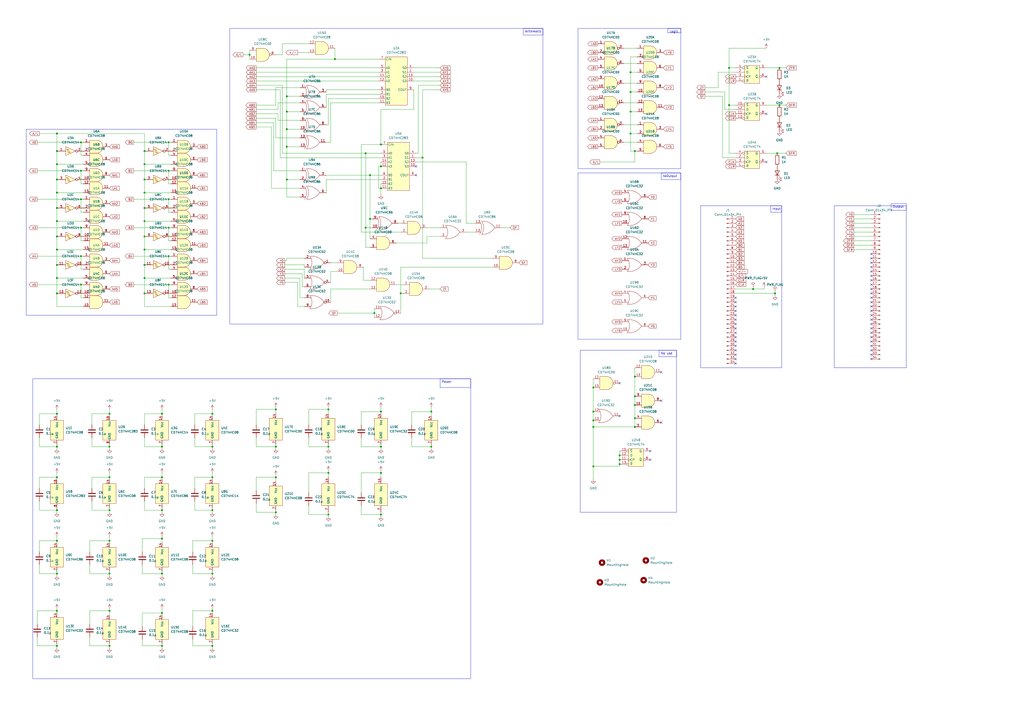
<source format=kicad_sch>
(kicad_sch (version 20230121) (generator eeschema)
  (paper "A2")
  (title_block (title "ALU") (date "2023-10-13") (rev "Ver1.0") (company "denken"))
  (junction (at 160.02 276.86))
  (junction (at 46.99 99.06))
  (junction (at 214.63 101.6))
  (junction (at 123.19 332.74))
  (junction (at 33.02 104.14))
  (junction (at 220.98 238.76))
  (junction (at 63.5 313.69))
  (junction (at 33.02 259.08))
  (junction (at 220.98 96.52))
  (junction (at 93.98 374.65))
  (junction (at 190.5 259.08))
  (junction (at 63.5 295.91))
  (junction (at 93.98 355.6))
  (junction (at 46.99 115.57))
  (junction (at 365.76 41.91))
  (junction (at 123.19 313.69))
  (junction (at 123.19 240.03))
  (junction (at 190.5 298.45))
  (junction (at 33.02 87.63))
  (junction (at 344.17 224.79))
  (junction (at 33.02 240.03))
  (junction (at 83.82 111.76))
  (junction (at 33.02 144.78))
  (junction (at 33.02 137.16))
  (junction (at 250.19 238.76))
  (junction (at 452.12 39.37))
  (junction (at 93.98 240.03))
  (junction (at 250.19 259.08))
  (junction (at 83.82 104.14))
  (junction (at 166.37 55.88))
  (junction (at 83.82 120.65))
  (junction (at 93.98 259.08))
  (junction (at 97.79 82.55))
  (junction (at 368.3 247.65))
  (junction (at 93.98 332.74))
  (junction (at 93.98 295.91))
  (junction (at 97.79 115.57))
  (junction (at 368.3 229.87))
  (junction (at 365.76 53.34))
  (junction (at 452.12 60.96))
  (junction (at 123.19 276.86))
  (junction (at 33.02 276.86))
  (junction (at 33.02 95.25))
  (junction (at 33.02 128.27))
  (junction (at 220.98 83.82))
  (junction (at 63.5 374.65))
  (junction (at 63.5 276.86))
  (junction (at 166.37 104.14))
  (junction (at 97.79 132.08))
  (junction (at 232.41 170.18))
  (junction (at 46.99 82.55))
  (junction (at 166.37 74.93))
  (junction (at 33.02 120.65))
  (junction (at 93.98 276.86))
  (junction (at 344.17 270.51))
  (junction (at 220.98 259.08))
  (junction (at 344.17 247.65))
  (junction (at 422.91 39.37))
  (junction (at 83.82 95.25))
  (junction (at 365.76 64.77))
  (junction (at 97.79 165.1))
  (junction (at 422.91 60.96))
  (junction (at 33.02 313.69))
  (junction (at 450.85 88.9))
  (junction (at 194.31 34.29))
  (junction (at 33.02 153.67))
  (junction (at 220.98 274.32))
  (junction (at 63.5 354.33))
  (junction (at 83.82 87.63))
  (junction (at 160.02 237.49))
  (junction (at 436.88 167.64))
  (junction (at 83.82 128.27))
  (junction (at 63.5 332.74))
  (junction (at 166.37 64.77))
  (junction (at 220.98 298.45))
  (junction (at 33.02 374.65))
  (junction (at 368.3 242.57))
  (junction (at 368.3 218.44))
  (junction (at 33.02 161.29))
  (junction (at 344.17 243.84))
  (junction (at 33.02 354.33))
  (junction (at 33.02 170.18))
  (junction (at 123.19 374.65))
  (junction (at 123.19 259.08))
  (junction (at 63.5 259.08))
  (junction (at 365.76 77.47))
  (junction (at 93.98 312.42))
  (junction (at 46.99 132.08))
  (junction (at 97.79 148.59))
  (junction (at 214.63 127))
  (junction (at 46.99 148.59))
  (junction (at 144.78 31.75))
  (junction (at 83.82 170.18))
  (junction (at 97.79 99.06))
  (junction (at 166.37 85.09))
  (junction (at 33.02 332.74))
  (junction (at 190.5 274.32))
  (junction (at 368.3 87.63))
  (junction (at 368.3 234.95))
  (junction (at 160.02 259.08))
  (junction (at 359.41 269.24))
  (junction (at 212.09 132.08))
  (junction (at 63.5 240.03))
  (junction (at 344.17 238.76))
  (junction (at 83.82 137.16))
  (junction (at 359.41 266.7))
  (junction (at 33.02 111.76))
  (junction (at 217.17 181.61))
  (junction (at 212.09 88.9))
  (junction (at 83.82 161.29))
  (junction (at 46.99 165.1))
  (junction (at 160.02 297.18))
  (junction (at 33.02 77.47))
  (junction (at 449.58 170.18))
  (junction (at 359.41 264.16))
  (junction (at 123.19 354.33))
  (junction (at 123.19 295.91))
  (junction (at 190.5 237.49))
  (junction (at 220.98 109.22))
  (junction (at 83.82 144.78))
  (junction (at 83.82 153.67))
  (junction (at 33.02 295.91))
  (junction (at 245.11 91.44))
  (no_connect (at 426.72 203.2))
  (no_connect (at 505.46 160.02))
  (no_connect (at 505.46 185.42))
  (no_connect (at 377.19 266.7))
  (no_connect (at 505.46 175.26))
  (no_connect (at 505.46 180.34))
  (no_connect (at 505.46 170.18))
  (no_connect (at 359.41 222.25))
  (no_connect (at 241.3 101.6))
  (no_connect (at 426.72 208.28))
  (no_connect (at 505.46 193.04))
  (no_connect (at 426.72 195.58))
  (no_connect (at 426.72 190.5))
  (no_connect (at 505.46 198.12))
  (no_connect (at 505.46 208.28))
  (no_connect (at 505.46 172.72))
  (no_connect (at 505.46 167.64))
  (no_connect (at 426.72 205.74))
  (no_connect (at 505.46 182.88))
  (no_connect (at 426.72 198.12))
  (no_connect (at 426.72 200.66))
  (no_connect (at 444.5 93.98))
  (no_connect (at 426.72 172.72))
  (no_connect (at 505.46 205.74))
  (no_connect (at 426.72 185.42))
  (no_connect (at 359.41 241.3))
  (no_connect (at 426.72 210.82))
  (no_connect (at 426.72 177.8))
  (no_connect (at 505.46 203.2))
  (no_connect (at 505.46 195.58))
  (no_connect (at 241.3 96.52))
  (no_connect (at 426.72 182.88))
  (no_connect (at 505.46 147.32))
  (no_connect (at 383.54 215.9))
  (no_connect (at 444.5 44.45))
  (no_connect (at 505.46 162.56))
  (no_connect (at 426.72 175.26))
  (no_connect (at 426.72 193.04))
  (no_connect (at 383.54 232.41))
  (no_connect (at 383.54 245.11))
  (no_connect (at 426.72 180.34))
  (no_connect (at 505.46 149.86))
  (no_connect (at 505.46 177.8))
  (no_connect (at 505.46 157.48))
  (no_connect (at 505.46 165.1))
  (no_connect (at 426.72 187.96))
  (no_connect (at 505.46 200.66))
  (no_connect (at 505.46 154.94))
  (no_connect (at 377.19 261.62))
  (no_connect (at 505.46 190.5))
  (no_connect (at 505.46 187.96))
  (no_connect (at 505.46 152.4))
  (no_connect (at 444.5 66.04))
  (wire (pts (xy 209.55 293.37) (xy 209.55 298.45)))
  (wire (pts (xy 238.76 259.08) (xy 250.19 259.08)))
  (wire (pts (xy 52.07 332.74) (xy 63.5 332.74)))
  (wire (pts (xy 93.98 259.08) (xy 93.98 260.35)))
  (wire (pts (xy 83.82 259.08) (xy 93.98 259.08)))
  (wire (pts (xy 365.76 87.63) (xy 365.76 77.47)))
  (wire (pts (xy 33.02 77.47) (xy 33.02 87.63)))
  (wire (pts (xy 33.02 373.38) (xy 33.02 374.65)))
  (wire (pts (xy 179.07 254) (xy 179.07 259.08)))
  (wire (pts (xy 113.03 283.21) (xy 113.03 276.86)))
  (wire (pts (xy 194.31 34.29) (xy 219.71 34.29)))
  (wire (pts (xy 191.77 59.69) (xy 191.77 82.55)))
  (wire (pts (xy 191.77 175.26) (xy 191.77 167.64)))
  (wire (pts (xy 220.98 259.08) (xy 220.98 260.35)))
  (wire (pts (xy 160.02 295.91) (xy 160.02 297.18)))
  (wire (pts (xy 160.02 237.49) (xy 160.02 240.03)))
  (wire (pts (xy 123.19 332.74) (xy 123.19 334.01)))
  (wire (pts (xy 408.94 55.88) (xy 419.1 55.88)))
  (wire (pts (xy 495.3 132.08) (xy 505.46 132.08)))
  (wire (pts (xy 163.83 31.75) (xy 160.02 31.75)))
  (wire (pts (xy 148.59 73.66) (xy 157.48 73.66)))
  (wire (pts (xy 97.79 148.59) (xy 99.06 148.59)))
  (wire (pts (xy 245.11 52.07) (xy 245.11 91.44)))
  (wire (pts (xy 210.82 154.94) (xy 210.82 162.56)))
  (wire (pts (xy 93.98 332.74) (xy 93.98 334.01)))
  (wire (pts (xy 359.41 269.24) (xy 359.41 270.51)))
  (wire (pts (xy 77.47 165.1) (xy 97.79 165.1)))
  (wire (pts (xy 179.07 259.08) (xy 190.5 259.08)))
  (wire (pts (xy 344.17 219.71) (xy 344.17 224.79)))
  (wire (pts (xy 166.37 55.88) (xy 173.99 55.88)))
  (wire (pts (xy 83.82 144.78) (xy 99.06 144.78)))
  (wire (pts (xy 194.31 27.94) (xy 194.31 34.29)))
  (wire (pts (xy 220.98 104.14) (xy 189.23 104.14)))
  (wire (pts (xy 359.41 264.16) (xy 359.41 266.7)))
  (wire (pts (xy 219.71 96.52) (xy 219.71 109.22)))
  (wire (pts (xy 160.02 68.58) (xy 160.02 80.01)))
  (wire (pts (xy 166.37 85.09) (xy 166.37 74.93)))
  (wire (pts (xy 113.03 259.08) (xy 123.19 259.08)))
  (wire (pts (xy 176.53 161.29) (xy 176.53 156.21)))
  (wire (pts (xy 97.79 165.1) (xy 97.79 172.72)))
  (wire (pts (xy 189.23 72.39) (xy 190.5 72.39)))
  (wire (pts (xy 77.47 132.08) (xy 97.79 132.08)))
  (wire (pts (xy 240.03 46.99) (xy 255.27 46.99)))
  (wire (pts (xy 148.59 49.53) (xy 163.83 49.53)))
  (wire (pts (xy 97.79 132.08) (xy 97.79 139.7)))
  (wire (pts (xy 48.26 177.8) (xy 33.02 177.8)))
  (wire (pts (xy 82.55 327.66) (xy 82.55 332.74)))
  (wire (pts (xy 220.98 274.32) (xy 220.98 276.86)))
  (wire (pts (xy 83.82 87.63) (xy 83.82 95.25)))
  (wire (pts (xy 220.98 96.52) (xy 219.71 96.52)))
  (wire (pts (xy 158.75 99.06) (xy 158.75 71.12)))
  (wire (pts (xy 123.19 354.33) (xy 123.19 355.6)))
  (wire (pts (xy 123.19 353.06) (xy 123.19 354.33)))
  (wire (pts (xy 422.91 27.94) (xy 444.5 27.94)))
  (wire (pts (xy 173.99 172.72) (xy 176.53 172.72)))
  (wire (pts (xy 250.19 236.22) (xy 250.19 238.76)))
  (wire (pts (xy 123.19 237.49) (xy 123.19 240.03)))
  (wire (pts (xy 255.27 52.07) (xy 245.11 52.07)))
  (wire (pts (xy 53.34 254) (xy 53.34 259.08)))
  (wire (pts (xy 123.19 240.03) (xy 123.19 241.3)))
  (wire (pts (xy 46.99 148.59) (xy 46.99 156.21)))
  (wire (pts (xy 220.98 257.81) (xy 220.98 259.08)))
  (wire (pts (xy 52.07 369.57) (xy 52.07 374.65)))
  (wire (pts (xy 53.34 240.03) (xy 63.5 240.03)))
  (wire (pts (xy 238.76 238.76) (xy 250.19 238.76)))
  (wire (pts (xy 33.02 313.69) (xy 33.02 314.96)))
  (wire (pts (xy 368.3 242.57) (xy 368.3 247.65)))
  (wire (pts (xy 242.57 49.53) (xy 255.27 49.53)))
  (wire (pts (xy 33.02 374.65) (xy 33.02 375.92)))
  (wire (pts (xy 157.48 109.22) (xy 173.99 109.22)))
  (wire (pts (xy 33.02 87.63) (xy 33.02 95.25)))
  (wire (pts (xy 113.03 254) (xy 113.03 259.08)))
  (wire (pts (xy 99.06 123.19) (xy 97.79 123.19)))
  (wire (pts (xy 219.71 59.69) (xy 191.77 59.69)))
  (wire (pts (xy 368.3 218.44) (xy 368.3 229.87)))
  (wire (pts (xy 123.19 259.08) (xy 123.19 260.35)))
  (wire (pts (xy 148.59 60.96) (xy 160.02 60.96)))
  (wire (pts (xy 33.02 354.33) (xy 33.02 355.6)))
  (wire (pts (xy 408.94 50.8) (xy 416.56 50.8)))
  (wire (pts (xy 22.86 332.74) (xy 33.02 332.74)))
  (wire (pts (xy 46.99 106.68) (xy 46.99 99.06)))
  (wire (pts (xy 209.55 274.32) (xy 220.98 274.32)))
  (wire (pts (xy 455.93 88.9) (xy 450.85 88.9)))
  (wire (pts (xy 82.55 374.65) (xy 93.98 374.65)))
  (wire (pts (xy 97.79 90.17) (xy 97.79 82.55)))
  (wire (pts (xy 52.07 374.65) (xy 63.5 374.65)))
  (wire (pts (xy 163.83 49.53) (xy 163.83 88.9)))
  (wire (pts (xy 219.71 54.61) (xy 189.23 54.61)))
  (wire (pts (xy 97.79 132.08) (xy 99.06 132.08)))
  (wire (pts (xy 495.3 139.7) (xy 505.46 139.7)))
  (wire (pts (xy 97.79 148.59) (xy 97.79 156.21)))
  (wire (pts (xy 250.19 257.81) (xy 250.19 259.08)))
  (wire (pts (xy 83.82 161.29) (xy 99.06 161.29)))
  (wire (pts (xy 161.29 66.04) (xy 148.59 66.04)))
  (wire (pts (xy 53.34 276.86) (xy 63.5 276.86)))
  (wire (pts (xy 209.55 274.32) (xy 209.55 285.75)))
  (wire (pts (xy 83.82 240.03) (xy 93.98 240.03)))
  (wire (pts (xy 214.63 143.51) (xy 212.09 143.51)))
  (wire (pts (xy 220.98 106.68) (xy 220.98 109.22)))
  (wire (pts (xy 175.26 166.37) (xy 176.53 166.37)))
  (wire (pts (xy 123.19 294.64) (xy 123.19 295.91)))
  (wire (pts (xy 419.1 55.88) (xy 419.1 91.44)))
  (wire (pts (xy 179.07 246.38) (xy 179.07 237.49)))
  (wire (pts (xy 495.3 142.24) (xy 505.46 142.24)))
  (wire (pts (xy 97.79 123.19) (xy 97.79 115.57)))
  (wire (pts (xy 48.26 90.17) (xy 46.99 90.17)))
  (wire (pts (xy 111.76 313.69) (xy 123.19 313.69)))
  (wire (pts (xy 194.31 34.29) (xy 166.37 34.29)))
  (wire (pts (xy 245.11 149.86) (xy 245.11 91.44)))
  (wire (pts (xy 176.53 153.67) (xy 176.53 154.94)))
  (wire (pts (xy 175.26 158.75) (xy 175.26 166.37)))
  (wire (pts (xy 53.34 246.38) (xy 53.34 240.03)))
  (wire (pts (xy 33.02 353.06) (xy 33.02 354.33)))
  (wire (pts (xy 82.55 312.42) (xy 93.98 312.42)))
  (wire (pts (xy 63.5 276.86) (xy 63.5 278.13)))
  (wire (pts (xy 83.82 290.83) (xy 83.82 295.91)))
  (wire (pts (xy 33.02 274.32) (xy 33.02 276.86)))
  (wire (pts (xy 83.82 111.76) (xy 83.82 120.65)))
  (wire (pts (xy 83.82 137.16) (xy 83.82 144.78)))
  (wire (pts (xy 82.55 320.04) (xy 82.55 312.42)))
  (wire (pts (xy 52.07 313.69) (xy 63.5 313.69)))
  (wire (pts (xy 22.86 246.38) (xy 22.86 240.03)))
  (wire (pts (xy 22.86 290.83) (xy 22.86 295.91)))
  (wire (pts (xy 111.76 370.84) (xy 111.76 374.65)))
  (wire (pts (xy 247.65 140.97) (xy 247.65 137.16)))
  (wire (pts (xy 148.59 254) (xy 148.59 259.08)))
  (wire (pts (xy 53.34 283.21) (xy 53.34 276.86)))
  (wire (pts (xy 148.59 284.48) (xy 148.59 276.86)))
  (wire (pts (xy 361.95 48.26) (xy 369.57 48.26)))
  (wire (pts (xy 83.82 283.21) (xy 83.82 276.86)))
  (wire (pts (xy 63.5 353.06) (xy 63.5 354.33)))
  (wire (pts (xy 420.37 63.5) (xy 420.37 53.34)))
  (wire (pts (xy 83.82 161.29) (xy 83.82 170.18)))
  (wire (pts (xy 443.23 167.64) (xy 443.23 166.37)))
  (wire (pts (xy 93.98 240.03) (xy 93.98 241.3)))
  (wire (pts (xy 220.98 83.82) (xy 220.98 63.5)))
  (wire (pts (xy 123.19 313.69) (xy 123.19 314.96)))
  (wire (pts (xy 63.5 331.47) (xy 63.5 332.74)))
  (wire (pts (xy 160.02 80.01) (xy 173.99 80.01)))
  (wire (pts (xy 53.34 259.08) (xy 63.5 259.08)))
  (wire (pts (xy 426.72 88.9) (xy 422.91 88.9)))
  (wire (pts (xy 82.55 370.84) (xy 82.55 374.65)))
  (wire (pts (xy 33.02 276.86) (xy 33.02 278.13)))
  (wire (pts (xy 165.1 151.13) (xy 166.37 151.13)))
  (wire (pts (xy 93.98 331.47) (xy 93.98 332.74)))
  (wire (pts (xy 21.59 165.1) (xy 46.99 165.1)))
  (wire (pts (xy 33.02 111.76) (xy 33.02 120.65)))
  (wire (pts (xy 46.99 115.57) (xy 48.26 115.57)))
  (wire (pts (xy 22.86 254) (xy 22.86 259.08)))
  (wire (pts (xy 52.07 327.66) (xy 52.07 332.74)))
  (wire (pts (xy 189.23 104.14) (xy 189.23 111.76)))
  (wire (pts (xy 209.55 238.76) (xy 220.98 238.76)))
  (wire (pts (xy 33.02 161.29) (xy 33.02 170.18)))
  (wire (pts (xy 123.19 295.91) (xy 123.19 297.18)))
  (wire (pts (xy 160.02 50.8) (xy 173.99 50.8)))
  (wire (pts (xy 365.76 64.77) (xy 369.57 64.77)))
  (wire (pts (xy 422.91 88.9) (xy 422.91 60.96)))
  (wire (pts (xy 449.58 168.91) (xy 449.58 170.18)))
  (wire (pts (xy 290.83 132.08) (xy 295.91 132.08)))
  (wire (pts (xy 365.76 41.91) (xy 365.76 53.34)))
  (wire (pts (xy 248.92 167.64) (xy 255.27 167.64)))
  (wire (pts (xy 436.88 167.64) (xy 443.23 167.64)))
  (wire (pts (xy 63.5 237.49) (xy 63.5 240.03)))
  (wire (pts (xy 419.1 91.44) (xy 426.72 91.44)))
  (wire (pts (xy 166.37 85.09) (xy 166.37 104.14)))
  (wire (pts (xy 365.76 77.47) (xy 369.57 77.47)))
  (wire (pts (xy 247.65 132.08) (xy 255.27 132.08)))
  (wire (pts (xy 242.57 88.9) (xy 242.57 49.53)))
  (wire (pts (xy 166.37 151.13) (xy 166.37 149.86)))
  (wire (pts (xy 219.71 109.22) (xy 220.98 109.22)))
  (wire (pts (xy 46.99 123.19) (xy 46.99 115.57)))
  (wire (pts (xy 33.02 144.78) (xy 48.26 144.78)))
  (wire (pts (xy 245.11 149.86) (xy 285.75 149.86)))
  (wire (pts (xy 123.19 257.81) (xy 123.19 259.08)))
  (wire (pts (xy 77.47 148.59) (xy 97.79 148.59)))
  (wire (pts (xy 368.3 213.36) (xy 368.3 218.44)))
  (wire (pts (xy 33.02 295.91) (xy 33.02 297.18)))
  (wire (pts (xy 63.5 354.33) (xy 63.5 356.87)))
  (wire (pts (xy 190.5 259.08) (xy 190.5 260.35)))
  (wire (pts (xy 444.5 39.37) (xy 452.12 39.37)))
  (wire (pts (xy 359.41 270.51) (xy 344.17 270.51)))
  (wire (pts (xy 160.02 297.18) (xy 160.02 298.45)))
  (wire (pts (xy 172.72 177.8) (xy 176.53 177.8)))
  (wire (pts (xy 22.86 313.69) (xy 33.02 313.69)))
  (wire (pts (xy 220.98 63.5) (xy 240.03 63.5)))
  (wire (pts (xy 83.82 77.47) (xy 83.82 87.63)))
  (wire (pts (xy 148.59 292.1) (xy 148.59 297.18)))
  (wire (pts (xy 63.5 313.69) (xy 63.5 314.96)))
  (wire (pts (xy 83.82 144.78) (xy 83.82 153.67)))
  (wire (pts (xy 113.03 295.91) (xy 123.19 295.91)))
  (wire (pts (xy 214.63 127) (xy 215.9 127)))
  (wire (pts (xy 220.98 236.22) (xy 220.98 238.76)))
  (wire (pts (xy 209.55 134.62) (xy 209.55 83.82)))
  (wire (pts (xy 93.98 294.64) (xy 93.98 295.91)))
  (wire (pts (xy 209.55 259.08) (xy 220.98 259.08)))
  (wire (pts (xy 83.82 295.91) (xy 93.98 295.91)))
  (wire (pts (xy 220.98 238.76) (xy 220.98 240.03)))
  (wire (pts (xy 220.98 273.05) (xy 220.98 274.32)))
  (wire (pts (xy 113.03 246.38) (xy 113.03 240.03)))
  (wire (pts (xy 172.72 163.83) (xy 172.72 177.8)))
  (wire (pts (xy 212.09 88.9) (xy 212.09 132.08)))
  (wire (pts (xy 99.06 172.72) (xy 97.79 172.72)))
  (wire (pts (xy 191.77 157.48) (xy 191.77 163.83)))
  (wire (pts (xy 93.98 237.49) (xy 93.98 240.03)))
  (wire (pts (xy 209.55 298.45) (xy 220.98 298.45)))
  (wire (pts (xy 123.19 374.65) (xy 123.19 375.92)))
  (wire (pts (xy 83.82 128.27) (xy 99.06 128.27)))
  (wire (pts (xy 189.23 101.6) (xy 214.63 101.6)))
  (wire (pts (xy 270.51 134.62) (xy 275.59 134.62)))
  (wire (pts (xy 250.19 238.76) (xy 250.19 241.3)))
  (wire (pts (xy 160.02 275.59) (xy 160.02 276.86)))
  (wire (pts (xy 33.02 237.49) (xy 33.02 240.03)))
  (wire (pts (xy 46.99 165.1) (xy 48.26 165.1)))
  (wire (pts (xy 93.98 311.15) (xy 93.98 312.42)))
  (wire (pts (xy 33.02 259.08) (xy 33.02 260.35)))
  (wire (pts (xy 240.03 41.91) (xy 255.27 41.91)))
  (wire (pts (xy 359.41 266.7) (xy 359.41 269.24)))
  (wire (pts (xy 22.86 240.03) (xy 33.02 240.03)))
  (wire (pts (xy 148.59 297.18) (xy 160.02 297.18)))
  (wire (pts (xy 209.55 83.82) (xy 220.98 83.82)))
  (wire (pts (xy 495.3 127) (xy 505.46 127)))
  (wire (pts (xy 33.02 332.74) (xy 33.02 334.01)))
  (wire (pts (xy 33.02 294.64) (xy 33.02 295.91)))
  (wire (pts (xy 190.5 297.18) (xy 190.5 298.45)))
  (wire (pts (xy 123.19 311.15) (xy 123.19 313.69)))
  (wire (pts (xy 83.82 128.27) (xy 83.82 137.16)))
  (wire (pts (xy 33.02 95.25) (xy 33.02 104.14)))
  (wire (pts (xy 148.59 68.58) (xy 160.02 68.58)))
  (wire (pts (xy 33.02 311.15) (xy 33.02 313.69)))
  (wire (pts (xy 111.76 320.04) (xy 111.76 313.69)))
  (wire (pts (xy 161.29 69.85) (xy 161.29 66.04)))
  (wire (pts (xy 93.98 353.06) (xy 93.98 355.6)))
  (wire (pts (xy 123.19 276.86) (xy 123.19 278.13)))
  (wire (pts (xy 344.17 278.13) (xy 344.17 270.51)))
  (wire (pts (xy 48.26 156.21) (xy 46.99 156.21)))
  (wire (pts (xy 163.83 25.4) (xy 179.07 25.4)))
  (wire (pts (xy 46.99 132.08) (xy 48.26 132.08)))
  (wire (pts (xy 33.02 331.47) (xy 33.02 332.74)))
  (wire (pts (xy 344.17 243.84) (xy 344.17 247.65)))
  (wire (pts (xy 33.02 120.65) (xy 33.02 128.27)))
  (wire (pts (xy 495.3 137.16) (xy 505.46 137.16)))
  (wire (pts (xy 97.79 99.06) (xy 99.06 99.06)))
  (wire (pts (xy 214.63 101.6) (xy 220.98 101.6)))
  (wire (pts (xy 63.5 259.08) (xy 63.5 260.35)))
  (wire (pts (xy 368.3 229.87) (xy 368.3 234.95)))
  (wire (pts (xy 33.02 170.18) (xy 33.02 177.8)))
  (wire (pts (xy 190.5 57.15) (xy 219.71 57.15)))
  (wire (pts (xy 148.59 46.99) (xy 219.71 46.99)))
  (wire (pts (xy 165.1 158.75) (xy 175.26 158.75)))
  (wire (pts (xy 63.5 311.15) (xy 63.5 313.69)))
  (wire (pts (xy 21.59 369.57) (xy 21.59 374.65)))
  (wire (pts (xy 77.47 82.55) (xy 97.79 82.55)))
  (wire (pts (xy 217.17 181.61) (xy 217.17 184.15)))
  (wire (pts (xy 46.99 90.17) (xy 46.99 82.55)))
  (wire (pts (xy 21.59 148.59) (xy 46.99 148.59)))
  (wire (pts (xy 426.72 167.64) (xy 436.88 167.64)))
  (wire (pts (xy 83.82 153.67) (xy 83.82 161.29)))
  (wire (pts (xy 495.3 144.78) (xy 505.46 144.78)))
  (wire (pts (xy 33.02 144.78) (xy 33.02 153.67)))
  (wire (pts (xy 158.75 99.06) (xy 173.99 99.06)))
  (wire (pts (xy 240.03 63.5) (xy 240.03 52.07)))
  (wire (pts (xy 166.37 104.14) (xy 173.99 104.14)))
  (wire (pts (xy 365.76 53.34) (xy 369.57 53.34)))
  (wire (pts (xy 247.65 137.16) (xy 255.27 137.16)))
  (wire (pts (xy 422.91 39.37) (xy 422.91 27.94)))
  (wire (pts (xy 220.98 298.45) (xy 220.98 299.72)))
  (wire (pts (xy 52.07 320.04) (xy 52.07 313.69)))
  (wire (pts (xy 52.07 361.95) (xy 52.07 354.33)))
  (wire (pts (xy 22.86 283.21) (xy 22.86 276.86)))
  (wire (pts (xy 212.09 132.08) (xy 212.09 143.51)))
  (wire (pts (xy 160.02 276.86) (xy 160.02 279.4)))
  (wire (pts (xy 93.98 276.86) (xy 93.98 278.13)))
  (wire (pts (xy 77.47 99.06) (xy 97.79 99.06)))
  (wire (pts (xy 240.03 44.45) (xy 255.27 44.45)))
  (wire (pts (xy 46.99 82.55) (xy 48.26 82.55)))
  (wire (pts (xy 179.07 298.45) (xy 190.5 298.45)))
  (wire (pts (xy 166.37 74.93) (xy 166.37 64.77)))
  (wire (pts (xy 99.06 95.25) (xy 83.82 95.25)))
  (wire (pts (xy 99.06 156.21) (xy 97.79 156.21)))
  (wire (pts (xy 46.99 132.08) (xy 46.99 139.7)))
  (wire (pts (xy 83.82 95.25) (xy 83.82 104.14)))
  (wire (pts (xy 140.97 31.75) (xy 144.78 31.75)))
  (wire (pts (xy 344.17 247.65) (xy 368.3 247.65)))
  (wire (pts (xy 368.3 87.63) (xy 365.76 87.63)))
  (wire (pts (xy 33.02 77.47) (xy 83.82 77.47)))
  (wire (pts (xy 21.59 354.33) (xy 33.02 354.33)))
  (wire (pts (xy 368.3 87.63) (xy 368.3 93.98)))
  (wire (pts (xy 179.07 293.37) (xy 179.07 298.45)))
  (wire (pts (xy 369.57 41.91) (xy 365.76 41.91)))
  (wire (pts (xy 361.95 72.39) (xy 369.57 72.39)))
  (wire (pts (xy 369.57 33.02) (xy 365.76 33.02)))
  (wire (pts (xy 495.3 129.54) (xy 505.46 129.54)))
  (wire (pts (xy 344.17 270.51) (xy 344.17 247.65)))
  (wire (pts (xy 160.02 236.22) (xy 160.02 237.49)))
  (wire (pts (xy 22.86 259.08) (xy 33.02 259.08)))
  (wire (pts (xy 220.98 91.44) (xy 162.56 91.44)))
  (wire (pts (xy 416.56 50.8) (xy 416.56 41.91)))
  (wire (pts (xy 232.41 181.61) (xy 232.41 170.18)))
  (wire (pts (xy 166.37 85.09) (xy 173.99 85.09)))
  (wire (pts (xy 179.07 274.32) (xy 179.07 285.75)))
  (wire (pts (xy 33.02 161.29) (xy 48.26 161.29)))
  (wire (pts (xy 33.02 128.27) (xy 48.26 128.27)))
  (wire (pts (xy 191.77 167.64) (xy 214.63 167.64)))
  (wire (pts (xy 111.76 327.66) (xy 111.76 332.74)))
  (wire (pts (xy 365.76 41.91) (xy 365.76 33.02)))
  (wire (pts (xy 365.76 53.34) (xy 365.76 64.77)))
  (wire (pts (xy 422.91 60.96) (xy 422.91 39.37)))
  (wire (pts (xy 63.5 294.64) (xy 63.5 295.91)))
  (wire (pts (xy 190.5 72.39) (xy 190.5 57.15)))
  (wire (pts (xy 22.86 77.47) (xy 33.02 77.47)))
  (wire (pts (xy 33.02 153.67) (xy 33.02 161.29)))
  (wire (pts (xy 46.99 148.59) (xy 48.26 148.59)))
  (wire (pts (xy 157.48 73.66) (xy 157.48 109.22)))
  (wire (pts (xy 144.78 29.21) (xy 144.78 31.75)))
  (wire (pts (xy 189.23 52.07) (xy 219.71 52.07)))
  (wire (pts (xy 166.37 64.77) (xy 166.37 55.88)))
  (wire (pts (xy 285.75 154.94) (xy 232.41 154.94)))
  (wire (pts (xy 161.29 63.5) (xy 161.29 59.69)))
  (wire (pts (xy 148.59 44.45) (xy 219.71 44.45)))
  (wire (pts (xy 63.5 257.81) (xy 63.5 259.08)))
  (wire (pts (xy 190.5 273.05) (xy 190.5 274.32)))
  (wire (pts (xy 21.59 115.57) (xy 46.99 115.57)))
  (wire (pts (xy 163.83 88.9) (xy 212.09 88.9)))
  (wire (pts (xy 361.95 59.69) (xy 369.57 59.69)))
  (wire (pts (xy 361.95 36.83) (xy 369.57 36.83)))
  (wire (pts (xy 111.76 374.65) (xy 123.19 374.65)))
  (wire (pts (xy 344.17 238.76) (xy 344.17 243.84)))
  (wire (pts (xy 241.3 88.9) (xy 242.57 88.9)))
  (wire (pts (xy 191.77 152.4) (xy 195.58 152.4)))
  (wire (pts (xy 166.37 104.14) (xy 166.37 114.3)))
  (wire (pts (xy 452.12 60.96) (xy 444.5 60.96)))
  (wire (pts (xy 83.82 246.38) (xy 83.82 240.03)))
  (wire (pts (xy 190.5 237.49) (xy 190.5 240.03)))
  (wire (pts (xy 21.59 132.08) (xy 46.99 132.08)))
  (wire (pts (xy 166.37 114.3) (xy 173.99 114.3)))
  (wire (pts (xy 450.85 88.9) (xy 444.5 88.9)))
  (wire (pts (xy 214.63 101.6) (xy 214.63 127)))
  (wire (pts (xy 165.1 153.67) (xy 176.53 153.67)))
  (wire (pts (xy 365.76 64.77) (xy 365.76 77.47)))
  (wire (pts (xy 245.11 91.44) (xy 241.3 91.44)))
  (wire (pts (xy 93.98 312.42) (xy 93.98 314.96)))
  (wire (pts (xy 111.76 332.74) (xy 123.19 332.74)))
  (wire (pts (xy 189.23 54.61) (xy 189.23 62.23)))
  (wire (pts (xy 83.82 104.14) (xy 83.82 111.76)))
  (wire (pts (xy 163.83 31.75) (xy 163.83 25.4)))
  (wire (pts (xy 63.5 373.38) (xy 63.5 374.65)))
  (wire (pts (xy 97.79 115.57) (xy 99.06 115.57)))
  (wire (pts (xy 48.26 172.72) (xy 46.99 172.72)))
  (wire (pts (xy 97.79 82.55) (xy 99.06 82.55)))
  (wire (pts (xy 229.87 165.1) (xy 233.68 165.1)))
  (wire (pts (xy 217.17 181.61) (xy 217.17 179.07)))
  (wire (pts (xy 21.59 374.65) (xy 33.02 374.65)))
  (wire (pts (xy 97.79 106.68) (xy 97.79 99.06)))
  (wire (pts (xy 165.1 161.29) (xy 173.99 161.29)))
  (wire (pts (xy 241.3 93.98) (xy 270.51 93.98)))
  (wire (pts (xy 111.76 363.22) (xy 111.76 354.33)))
  (wire (pts (xy 232.41 134.62) (xy 209.55 134.62)))
  (wire (pts (xy 63.5 374.65) (xy 63.5 375.92)))
  (wire (pts (xy 368.3 234.95) (xy 368.3 242.57)))
  (wire (pts (xy 449.58 170.18) (xy 449.58 171.45)))
  (wire (pts (xy 53.34 290.83) (xy 53.34 295.91)))
  (wire (pts (xy 416.56 41.91) (xy 426.72 41.91)))
  (wire (pts (xy 48.26 139.7) (xy 46.99 139.7)))
  (wire (pts (xy 220.98 297.18) (xy 220.98 298.45)))
  (wire (pts (xy 426.72 60.96) (xy 422.91 60.96)))
  (wire (pts (xy 452.12 39.37) (xy 455.93 39.37)))
  (wire (pts (xy 123.19 373.38) (xy 123.19 374.65)))
  (wire (pts (xy 113.03 290.83) (xy 113.03 295.91)))
  (wire (pts (xy 238.76 254) (xy 238.76 259.08)))
  (wire (pts (xy 229.87 140.97) (xy 247.65 140.97)))
  (wire (pts (xy 93.98 373.38) (xy 93.98 374.65)))
  (wire (pts (xy 53.34 295.91) (xy 63.5 295.91)))
  (wire (pts (xy 21.59 361.95) (xy 21.59 354.33)))
  (wire (pts (xy 33.02 104.14) (xy 33.02 111.76)))
  (wire (pts (xy 179.07 274.32) (xy 190.5 274.32)))
  (wire (pts (xy 48.26 123.19) (xy 46.99 123.19)))
  (wire (pts (xy 82.55 332.74) (xy 93.98 332.74)))
  (wire (pts (xy 191.77 82.55) (xy 189.23 82.55)))
  (wire (pts (xy 250.19 259.08) (xy 250.19 260.35)))
  (wire (pts (xy 148.59 259.08) (xy 160.02 259.08)))
  (wire (pts (xy 166.37 64.77) (xy 173.99 64.77)))
  (wire (pts (xy 33.02 128.27) (xy 33.02 137.16)))
  (wire (pts (xy 77.47 115.57) (xy 97.79 115.57)))
  (wire (pts (xy 148.59 237.49) (xy 160.02 237.49)))
  (wire (pts (xy 83.82 111.76) (xy 99.06 111.76)))
  (wire (pts (xy 99.06 139.7) (xy 97.79 139.7)))
  (wire (pts (xy 93.98 295.91) (xy 93.98 297.18)))
  (wire (pts (xy 195.58 181.61) (xy 217.17 181.61)))
  (wire (pts (xy 166.37 149.86) (xy 176.53 149.86)))
  (wire (pts (xy 22.86 295.91) (xy 33.02 295.91)))
  (wire (pts (xy 21.59 82.55) (xy 46.99 82.55)))
  (wire (pts (xy 46.99 165.1) (xy 46.99 172.72)))
  (wire (pts (xy 21.59 99.06) (xy 46.99 99.06)))
  (wire (pts (xy 63.5 274.32) (xy 63.5 276.86)))
  (wire (pts (xy 232.41 170.18) (xy 233.68 170.18)))
  (wire (pts (xy 160.02 257.81) (xy 160.02 259.08)))
  (wire (pts (xy 209.55 246.38) (xy 209.55 238.76)))
  (wire (pts (xy 190.5 274.32) (xy 190.5 276.86)))
  (wire (pts (xy 33.02 257.81) (xy 33.02 259.08)))
  (wire (pts (xy 162.56 91.44) (xy 162.56 52.07)))
  (wire (pts (xy 113.03 240.03) (xy 123.19 240.03)))
  (wire (pts (xy 33.02 240.03) (xy 33.02 241.3)))
  (wire (pts (xy 83.82 254) (xy 83.82 259.08)))
  (wire (pts (xy 495.3 134.62) (xy 505.46 134.62)))
  (wire (pts (xy 270.51 129.54) (xy 275.59 129.54)))
  (wire (pts (xy 148.59 41.91) (xy 219.71 41.91)))
  (wire (pts (xy 82.55 355.6) (xy 93.98 355.6)))
  (wire (pts (xy 270.51 93.98) (xy 270.51 129.54)))
  (wire (pts (xy 22.86 320.04) (xy 22.86 313.69)))
  (wire (pts (xy 368.3 93.98) (xy 347.98 93.98)))
  (wire (pts (xy 359.41 261.62) (xy 359.41 264.16)))
  (wire (pts (xy 99.06 177.8) (xy 83.82 177.8)))
  (wire (pts (xy 148.59 63.5) (xy 161.29 63.5)))
  (wire (pts (xy 212.09 132.08) (xy 215.9 132.08)))
  (wire (pts (xy 166.37 74.93) (xy 173.99 74.93)))
  (wire (pts (xy 165.1 163.83) (xy 172.72 163.83)))
  (wire (pts (xy 63.5 240.03) (xy 63.5 241.3)))
  (wire (pts (xy 83.82 276.86) (xy 93.98 276.86)))
  (wire (pts (xy 160.02 259.08) (xy 160.02 260.35)))
  (wire (pts (xy 123.19 274.32) (xy 123.19 276.86)))
  (wire (pts (xy 63.5 332.74) (xy 63.5 334.01)))
  (wire (pts (xy 190.5 257.81) (xy 190.5 259.08)))
  (wire (pts (xy 190.5 236.22) (xy 190.5 237.49)))
  (wire (pts (xy 231.14 129.54) (xy 232.41 129.54)))
  (wire (pts (xy 361.95 82.55) (xy 369.57 82.55)))
  (wire (pts (xy 369.57 87.63) (xy 368.3 87.63)))
  (wire (pts (xy 232.41 154.94) (xy 232.41 170.18)))
  (wire (pts (xy 93.98 374.65) (xy 93.98 375.92)))
  (wire (pts (xy 48.26 95.25) (xy 33.02 95.25)))
  (wire (pts (xy 220.98 93.98) (xy 220.98 96.52)))
  (wire (pts (xy 52.07 354.33) (xy 63.5 354.33)))
  (wire (pts (xy 111.76 354.33) (xy 123.19 354.33)))
  (wire (pts (xy 212.09 88.9) (xy 220.98 88.9)))
  (wire (pts (xy 210.82 162.56) (xy 214.63 162.56)))
  (wire (pts (xy 123.19 331.47) (xy 123.19 332.74)))
  (wire (pts (xy 148.59 276.86) (xy 160.02 276.86)))
  (wire (pts (xy 166.37 55.88) (xy 166.37 34.29)))
  (wire (pts (xy 173.99 69.85) (xy 161.29 69.85)))
  (wire (pts (xy 97.79 165.1) (xy 99.06 165.1)))
  (wire (pts (xy 22.86 276.86) (xy 33.02 276.86)))
  (wire (pts (xy 63.5 295.91) (xy 63.5 297.18)))
  (wire (pts (xy 161.29 59.69) (xy 173.99 59.69)))
  (wire (pts (xy 93.98 274.32) (xy 93.98 276.86)))
  (wire (pts (xy 148.59 246.38) (xy 148.59 237.49)))
  (wire (pts (xy 361.95 27.94) (xy 369.57 27.94)))
  (wire (pts (xy 426.72 170.18) (xy 449.58 170.18)))
  (wire (pts (xy 33.02 137.16) (xy 33.02 144.78)))
  (wire (pts (xy 426.72 63.5) (xy 420.37 63.5)))
  (wire (pts (xy 190.5 298.45) (xy 190.5 299.72)))
  (wire (pts (xy 160.02 60.96) (xy 160.02 50.8)))
  (wire (pts (xy 165.1 156.21) (xy 176.53 156.21)))
  (wire (pts (xy 33.02 111.76) (xy 48.26 111.76)))
  (wire (pts (xy 436.88 166.37) (xy 436.88 167.64)))
  (wire (pts (xy 495.3 124.46) (xy 505.46 124.46)))
  (wire (pts (xy 408.94 53.34) (xy 420.37 53.34)))
  (wire (pts (xy 162.56 52.07) (xy 148.59 52.07)))
  (wire (pts (xy 214.63 127) (xy 214.63 138.43)))
  (wire (pts (xy 22.86 327.66) (xy 22.86 332.74)))
  (wire (pts (xy 220.98 113.03) (xy 220.98 109.22)))
  (wire (pts (xy 99.06 106.68) (xy 97.79 106.68)))
  (wire (pts (xy 189.23 53.34) (xy 189.23 52.07)))
  (wire (pts (xy 82.55 363.22) (xy 82.55 355.6)))
  (wire (pts (xy 46.99 99.06) (xy 48.26 99.06)))
  (wire (pts (xy 344.17 224.79) (xy 344.17 238.76)))
  (wire (pts (xy 209.55 254) (xy 209.55 259.08)))
  (wire (pts (xy 172.72 30.48) (xy 179.07 30.48)))
  (wire (pts (xy 173.99 161.29) (xy 173.99 172.72)))
  (wire (pts (xy 240.03 39.37) (xy 255.27 39.37)))
  (wire (pts (xy 83.82 170.18) (xy 83.82 177.8)))
  (wire (pts (xy 144.78 31.75) (xy 144.78 34.29)))
  (wire (pts (xy 99.06 90.17) (xy 97.79 90.17)))
  (wire (pts (xy 422.91 39.37) (xy 426.72 39.37)))
  (wire (pts (xy 93.98 257.81) (xy 93.98 259.08)))
  (wire (pts (xy 238.76 246.38) (xy 238.76 238.76)))
  (wire (pts (xy 455.93 60.96) (xy 452.12 60.96)))
  (wire (pts (xy 93.98 355.6) (xy 93.98 356.87)))
  (wire (pts (xy 158.75 71.12) (xy 148.59 71.12)))
  (wire (pts (xy 83.82 120.65) (xy 83.82 128.27)))
  (wire (pts (xy 113.03 276.86) (xy 123.19 276.86)))
  (wire (pts (xy 148.59 39.37) (xy 219.71 39.37)))
  (wire (pts (xy 191.77 157.48) (xy 195.58 157.48)))
  (wire (pts (xy 179.07 237.49) (xy 190.5 237.49)))
  (wire (pts (xy 48.26 106.68) (xy 46.99 106.68)))
  (rectangle (start 19.05 219.71) (end 273.05 393.7))
  (rectangle (start 133.35 16.51) (end 314.96 187.96))
  (rectangle (start 335.28 100.33) (end 394.97 196.85))
  (rectangle (start 335.28 16.51) (end 394.97 97.79))
  (rectangle (start 406.4 119.38) (end 453.39 213.36))
  (rectangle (start 336.55 203.2) (end 392.43 297.18))
  (rectangle (start 15.24 74.93) (end 125.73 182.88))
  (rectangle (start 483.87 119.38) (end 525.78 213.36))
  (text_box "Output" (at 516.89 118.11 0) (size 8.89 3.81) (effects (font (size 1.27 1.27)) (justify left top)))
  (text_box "Arithmetic" (at 303.53 16.51 0) (size 11.43 3.81) (effects (font (size 1.27 1.27)) (justify left top)))
  (text_box "Input" (at 447.04 119.38 0) (size 6.35 3.81) (effects (font (size 1.27 1.27)) (justify left top)))
  (text_box "toOutput" (at 383.54 100.33 0) (size 11.43 3.81) (effects (font (size 1.27 1.27)) (justify left top)))
  (text_box "No use\n" (at 382.27 203.2 0) (size 10.16 3.81) (effects (font (size 1.27 1.27)) (justify left top)))
  (text_box "Logic" (at 387.35 16.51 0) (size 7.62 2.54) (effects (font (size 1.27 1.27)) (justify left top)))
  (text_box "Power" (at 255.27 219.71 0) (size 17.78 5.08) (effects (font (size 1.27 1.27)) (justify left top)))
  (global_label "SFR" (shape output) (at 495.3 144.78 180) (property "Intersheetrefs" "${INTERSHEET_REFS}" (effects hide)))
  (global_label "A3" (shape input) (at 426.72 134.62 0) (property "Intersheetrefs" "${INTERSHEET_REFS}" (effects hide)))
  (global_label "B1" (shape input) (at 426.72 144.78 0) (property "Intersheetrefs" "${INTERSHEET_REFS}" (effects hide)))
  (global_label "LB4" (shape input) (at 114.3 158.75 0) (property "Intersheetrefs" "${INTERSHEET_REFS}" (effects hide)))
  (global_label "AB5" (shape output) (at 148.59 73.66 180) (property "Intersheetrefs" "${INTERSHEET_REFS}" (effects hide)))
  (global_label "Y1" (shape output) (at 165.1 153.67 180) (property "Intersheetrefs" "${INTERSHEET_REFS}" (effects hide)))
  (global_label "LY4" (shape output) (at 360.68 175.26 180) (property "Intersheetrefs" "${INTERSHEET_REFS}" (effects hide)))
  (global_label "B2" (shape output) (at 77.47 115.57 180) (property "Intersheetrefs" "${INTERSHEET_REFS}" (effects hide)))
  (global_label "LA5" (shape input) (at 63.5 175.26 0) (property "Intersheetrefs" "${INTERSHEET_REFS}" (effects hide)))
  (global_label "LB2" (shape input) (at 114.3 125.73 0) (property "Intersheetrefs" "${INTERSHEET_REFS}" (effects hide)))
  (global_label "A1" (shape input) (at 426.72 129.54 0) (property "Intersheetrefs" "${INTERSHEET_REFS}" (effects hide)))
  (global_label "LB3" (shape output) (at 346.71 62.23 180) (property "Intersheetrefs" "${INTERSHEET_REFS}" (effects hide)))
  (global_label "LY1" (shape input) (at 384.81 39.37 0) (property "Intersheetrefs" "${INTERSHEET_REFS}" (effects hide)))
  (global_label "LB1" (shape input) (at 114.3 109.22 0) (property "Intersheetrefs" "${INTERSHEET_REFS}" (effects hide)))
  (global_label "Y3" (shape input) (at 375.92 153.67 0) (property "Intersheetrefs" "${INTERSHEET_REFS}" (effects hide)))
  (global_label "Y3" (shape output) (at 495.3 132.08 180) (property "Intersheetrefs" "${INTERSHEET_REFS}" (effects hide)))
  (global_label "LA0" (shape output) (at 346.71 25.4 180) (property "Intersheetrefs" "${INTERSHEET_REFS}" (effects hide)))
  (global_label "B4" (shape output) (at 77.47 148.59 180) (property "Intersheetrefs" "${INTERSHEET_REFS}" (effects hide)))
  (global_label "AB4" (shape input) (at 114.3 151.13 0) (property "Intersheetrefs" "${INTERSHEET_REFS}" (effects hide)))
  (global_label "Y5" (shape output) (at 165.1 163.83 180) (property "Intersheetrefs" "${INTERSHEET_REFS}" (effects hide)))
  (global_label "B1" (shape output) (at 77.47 99.06 180) (property "Intersheetrefs" "${INTERSHEET_REFS}" (effects hide)))
  (global_label "AY0" (shape input) (at 255.27 39.37 0) (property "Intersheetrefs" "${INTERSHEET_REFS}" (effects hide)))
  (global_label "Y2" (shape output) (at 165.1 156.21 180) (property "Intersheetrefs" "${INTERSHEET_REFS}" (effects hide)))
  (global_label "CLR" (shape output) (at 426.72 46.99 180) (property "Intersheetrefs" "${INTERSHEET_REFS}" (effects hide)))
  (global_label "LA5" (shape output) (at 346.71 80.01 180) (property "Intersheetrefs" "${INTERSHEET_REFS}" (effects hide)))
  (global_label "LY4" (shape input) (at 384.81 74.93 0) (property "Intersheetrefs" "${INTERSHEET_REFS}" (effects hide)))
  (global_label "LA3" (shape input) (at 63.5 142.24 0) (property "Intersheetrefs" "${INTERSHEET_REFS}" (effects hide)))
  (global_label "A2" (shape input) (at 426.72 132.08 0) (property "Intersheetrefs" "${INTERSHEET_REFS}" (effects hide)))
  (global_label "LB2" (shape output) (at 346.71 50.8 180) (property "Intersheetrefs" "${INTERSHEET_REFS}" (effects hide)))
  (global_label "LA2" (shape input) (at 63.5 125.73 0) (property "Intersheetrefs" "${INTERSHEET_REFS}" (effects hide)))
  (global_label "SFR" (shape input) (at 455.93 88.9 0) (property "Intersheetrefs" "${INTERSHEET_REFS}" (effects hide)))
  (global_label "ZFR" (shape output) (at 495.3 139.7 180) (property "Intersheetrefs" "${INTERSHEET_REFS}" (effects hide)))
  (global_label "Y4" (shape output) (at 495.3 134.62 180) (property "Intersheetrefs" "${INTERSHEET_REFS}" (effects hide)))
  (global_label "A4" (shape input) (at 426.72 137.16 0) (property "Intersheetrefs" "${INTERSHEET_REFS}" (effects hide)))
  (global_label "CLK" (shape output) (at 426.72 66.04 180) (property "Intersheetrefs" "${INTERSHEET_REFS}" (effects hide)))
  (global_label "B3" (shape input) (at 426.72 149.86 0) (property "Intersheetrefs" "${INTERSHEET_REFS}" (effects hide)))
  (global_label "LA2" (shape output) (at 346.71 45.72 180) (property "Intersheetrefs" "${INTERSHEET_REFS}" (effects hide)))
  (global_label "B3" (shape output) (at 77.47 132.08 180) (property "Intersheetrefs" "${INTERSHEET_REFS}" (effects hide)))
  (global_label "A5" (shape output) (at 21.59 165.1 180) (property "Intersheetrefs" "${INTERSHEET_REFS}" (effects hide)))
  (global_label "AA4" (shape input) (at 63.5 151.13 0) (property "Intersheetrefs" "${INTERSHEET_REFS}" (effects hide)))
  (global_label "Y3" (shape output) (at 165.1 158.75 180) (property "Intersheetrefs" "${INTERSHEET_REFS}" (effects hide)))
  (global_label "AA0" (shape output) (at 148.59 39.37 180) (property "Intersheetrefs" "${INTERSHEET_REFS}" (effects hide)))
  (global_label "LA1" (shape output) (at 346.71 34.29 180) (property "Intersheetrefs" "${INTERSHEET_REFS}" (effects hide)))
  (global_label "A{slash}L" (shape output) (at 347.98 93.98 180) (property "Intersheetrefs" "${INTERSHEET_REFS}" (effects hide)))
  (global_label "AA2" (shape output) (at 148.59 44.45 180) (property "Intersheetrefs" "${INTERSHEET_REFS}" (effects hide)))
  (global_label "B0" (shape output) (at 77.47 82.55 180) (property "Intersheetrefs" "${INTERSHEET_REFS}" (effects hide)))
  (global_label "AA3" (shape input) (at 63.5 134.62 0) (property "Intersheetrefs" "${INTERSHEET_REFS}" (effects hide)))
  (global_label "AB3" (shape input) (at 114.3 134.62 0) (property "Intersheetrefs" "${INTERSHEET_REFS}" (effects hide)))
  (global_label "AB2" (shape output) (at 148.59 66.04 180) (property "Intersheetrefs" "${INTERSHEET_REFS}" (effects hide)))
  (global_label "CLR" (shape output) (at 426.72 96.52 180) (property "Intersheetrefs" "${INTERSHEET_REFS}" (effects hide)))
  (global_label "Y2" (shape output) (at 495.3 129.54 180) (property "Intersheetrefs" "${INTERSHEET_REFS}" (effects hide)))
  (global_label "LB5" (shape input) (at 114.3 175.26 0) (property "Intersheetrefs" "${INTERSHEET_REFS}" (effects hide)))
  (global_label "LY1" (shape output) (at 360.68 129.54 180) (property "Intersheetrefs" "${INTERSHEET_REFS}" (effects hide)))
  (global_label "LB5" (shape output) (at 346.71 85.09 180) (property "Intersheetrefs" "${INTERSHEET_REFS}" (effects hide)))
  (global_label "AA2" (shape input) (at 63.5 118.11 0) (property "Intersheetrefs" "${INTERSHEET_REFS}" (effects hide)))
  (global_label "A3" (shape output) (at 21.59 132.08 180) (property "Intersheetrefs" "${INTERSHEET_REFS}" (effects hide)))
  (global_label "Y4" (shape input) (at 375.92 172.72 0) (property "Intersheetrefs" "${INTERSHEET_REFS}" (effects hide)))
  (global_label "A{slash}L" (shape output) (at 140.97 31.75 180) (property "Intersheetrefs" "${INTERSHEET_REFS}" (effects hide)))
  (global_label "ZFR" (shape input) (at 455.93 39.37 0) (property "Intersheetrefs" "${INTERSHEET_REFS}" (effects hide)))
  (global_label "+{slash}-" (shape output) (at 172.72 30.48 180) (property "Intersheetrefs" "${INTERSHEET_REFS}" (effects hide)))
  (global_label "CLK" (shape output) (at 426.72 93.98 180) (property "Intersheetrefs" "${INTERSHEET_REFS}" (effects hide)))
  (global_label "AB1" (shape output) (at 148.59 63.5 180) (property "Intersheetrefs" "${INTERSHEET_REFS}" (effects hide)))
  (global_label "CLK" (shape input) (at 426.72 165.1 0) (property "Intersheetrefs" "${INTERSHEET_REFS}" (effects hide)))
  (global_label "OF" (shape output) (at 195.58 181.61 180) (property "Intersheetrefs" "${INTERSHEET_REFS}" (effects hide)))
  (global_label "CLK" (shape output) (at 426.72 44.45 180) (property "Intersheetrefs" "${INTERSHEET_REFS}" (effects hide)))
  (global_label "CLR" (shape output) (at 426.72 68.58 180) (property "Intersheetrefs" "${INTERSHEET_REFS}" (effects hide)))
  (global_label "AY2" (shape input) (at 255.27 44.45 0) (property "Intersheetrefs" "${INTERSHEET_REFS}" (effects hide)))
  (global_label "A0" (shape input) (at 426.72 127 0) (property "Intersheetrefs" "${INTERSHEET_REFS}" (effects hide)))
  (global_label "ZF" (shape output) (at 408.94 50.8 180) (property "Intersheetrefs" "${INTERSHEET_REFS}" (effects hide)))
  (global_label "AB0" (shape output) (at 148.59 60.96 180) (property "Intersheetrefs" "${INTERSHEET_REFS}" (effects hide)))
  (global_label "AB5" (shape input) (at 114.3 167.64 0) (property "Intersheetrefs" "${INTERSHEET_REFS}" (effects hide)))
  (global_label "AY4" (shape input) (at 255.27 49.53 0) (property "Intersheetrefs" "${INTERSHEET_REFS}" (effects hide)))
  (global_label "AY5" (shape input) (at 255.27 52.07 0) (property "Intersheetrefs" "${INTERSHEET_REFS}" (effects hide)))
  (global_label "AA1" (shape input) (at 63.5 101.6 0) (property "Intersheetrefs" "${INTERSHEET_REFS}" (effects hide)))
  (global_label "AB1" (shape input) (at 114.3 101.6 0) (property "Intersheetrefs" "${INTERSHEET_REFS}" (effects hide)))
  (global_label "LB0" (shape output) (at 346.71 30.48 180) (property "Intersheetrefs" "${INTERSHEET_REFS}" (effects hide)))
  (global_label "Y1" (shape output) (at 495.3 127 180) (property "Intersheetrefs" "${INTERSHEET_REFS}" (effects hide)))
  (global_label "Y5" (shape output) (at 495.3 137.16 180) (property "Intersheetrefs" "${INTERSHEET_REFS}" (effects hide)))
  (global_label "SF" (shape output) (at 408.94 55.88 180) (property "Intersheetrefs" "${INTERSHEET_REFS}" (effects hide)))
  (global_label "OF" (shape input) (at 295.91 132.08 0) (property "Intersheetrefs" "${INTERSHEET_REFS}" (effects hide)))
  (global_label "A2" (shape output) (at 21.59 115.57 180) (property "Intersheetrefs" "${INTERSHEET_REFS}" (effects hide)))
  (global_label "A1" (shape output) (at 21.59 99.06 180) (property "Intersheetrefs" "${INTERSHEET_REFS}" (effects hide)))
  (global_label "A4" (shape output) (at 21.59 148.59 180) (property "Intersheetrefs" "${INTERSHEET_REFS}" (effects hide)))
  (global_label "LB3" (shape input) (at 114.3 142.24 0) (property "Intersheetrefs" "${INTERSHEET_REFS}" (effects hide)))
  (global_label "LA4" (shape output) (at 346.71 69.85 180) (property "Intersheetrefs" "${INTERSHEET_REFS}" (effects hide)))
  (global_label "Y0" (shape output) (at 165.1 151.13 180) (property "Intersheetrefs" "${INTERSHEET_REFS}" (effects hide)))
  (global_label "LA3" (shape output) (at 346.71 57.15 180) (property "Intersheetrefs" "${INTERSHEET_REFS}" (effects hide)))
  (global_label "LA1" (shape input) (at 63.5 109.22 0) (property "Intersheetrefs" "${INTERSHEET_REFS}" (effects hide)))
  (global_label "AB4" (shape output) (at 148.59 71.12 180) (property "Intersheetrefs" "${INTERSHEET_REFS}" (effects hide)))
  (global_label "LY3" (shape input) (at 384.81 62.23 0) (property "Intersheetrefs" "${INTERSHEET_REFS}" (effects hide)))
  (global_label "OF" (shape output) (at 408.94 53.34 180) (property "Intersheetrefs" "${INTERSHEET_REFS}" (effects hide)))
  (global_label "LY0" (shape input) (at 384.81 30.48 0) (property "Intersheetrefs" "${INTERSHEET_REFS}" (effects hide)))
  (global_label "AB3" (shape output) (at 148.59 68.58 180) (property "Intersheetrefs" "${INTERSHEET_REFS}" (effects hide)))
  (global_label "Y0" (shape output) (at 495.3 124.46 180) (property "Intersheetrefs" "${INTERSHEET_REFS}" (effects hide)))
  (global_label "AA4" (shape output) (at 148.59 49.53 180) (property "Intersheetrefs" "${INTERSHEET_REFS}" (effects hide)))
  (global_label "AY4" (shape output) (at 360.68 170.18 180) (property "Intersheetrefs" "${INTERSHEET_REFS}" (effects hide)))
  (global_label "AA5" (shape output) (at 148.59 52.07 180) (property "Intersheetrefs" "${INTERSHEET_REFS}" (effects hide)))
  (global_label "CLR" (shape input) (at 426.72 162.56 0) (property "Intersheetrefs" "${INTERSHEET_REFS}" (effects hide)))
  (global_label "B5" (shape output) (at 77.47 165.1 180) (property "Intersheetrefs" "${INTERSHEET_REFS}" (effects hide)))
  (global_label "B5" (shape input) (at 426.72 154.94 0) (property "Intersheetrefs" "${INTERSHEET_REFS}" (effects hide)))
  (global_label "Y4" (shape output) (at 165.1 161.29 180) (property "Intersheetrefs" "${INTERSHEET_REFS}" (effects hide)))
  (global_label "LB4" (shape output) (at 346.71 74.93 180) (property "Intersheetrefs" "${INTERSHEET_REFS}" (effects hide)))
  (global_label "AA5" (shape input) (at 63.5 167.64 0) (property "Intersheetrefs" "${INTERSHEET_REFS}" (effects hide)))
  (global_label "AA0" (shape input) (at 63.5 85.09 0) (property "Intersheetrefs" "${INTERSHEET_REFS}" (effects hide)))
  (global_label "AY0" (shape output) (at 360.68 111.76 180) (property "Intersheetrefs" "${INTERSHEET_REFS}" (effects hide)))
  (global_label "+{slash}-" (shape input) (at 426.72 157.48 0) (property "Intersheetrefs" "${INTERSHEET_REFS}" (effects hide)))
  (global_label "AY3" (shape output) (at 360.68 151.13 180) (property "Intersheetrefs" "${INTERSHEET_REFS}" (effects hide)))
  (global_label "AY3" (shape input) (at 255.27 46.99 0) (property "Intersheetrefs" "${INTERSHEET_REFS}" (effects hide)))
  (global_label "A{slash}L" (shape output) (at 22.86 77.47 180) (property "Intersheetrefs" "${INTERSHEET_REFS}" (effects hide)))
  (global_label "LY0" (shape output) (at 360.68 116.84 180) (property "Intersheetrefs" "${INTERSHEET_REFS}" (effects hide)))
  (global_label "AY5" (shape output) (at 360.68 186.69 180) (property "Intersheetrefs" "${INTERSHEET_REFS}" (effects hide)))
  (global_label "Y2" (shape input) (at 375.92 140.97 0) (property "Intersheetrefs" "${INTERSHEET_REFS}" (effects hide)))
  (global_label "AB2" (shape input) (at 114.3 118.11 0) (property "Intersheetrefs" "${INTERSHEET_REFS}" (effects hide)))
  (global_label "OFR" (shape input) (at 455.93 60.96 0) (property "Intersheetrefs" "${INTERSHEET_REFS}" (effects hide)))
  (global_label "LA0" (shape input) (at 63.5 92.71 0) (property "Intersheetrefs" "${INTERSHEET_REFS}" (effects hide)))
  (global_label "LB1" (shape output) (at 346.71 39.37 180) (property "Intersheetrefs" "${INTERSHEET_REFS}" (effects hide)))
  (global_label "Y5" (shape input) (at 375.92 189.23 0) (property "Intersheetrefs" "${INTERSHEET_REFS}" (effects hide)))
  (global_label "Y1" (shape input) (at 375.92 127 0) (property "Intersheetrefs" "${INTERSHEET_REFS}" (effects hide)))
  (global_label "ZF" (shape input) (at 255.27 167.64 0) (property "Intersheetrefs" "${INTERSHEET_REFS}" (effects hide)))
  (global_label "B2" (shape input) (at 426.72 147.32 0) (property "Intersheetrefs" "${INTERSHEET_REFS}" (effects hide)))
  (global_label "LB0" (shape input) (at 114.3 92.71 0) (property "Intersheetrefs" "${INTERSHEET_REFS}" (effects hide)))
  (global_label "AA3" (shape output) (at 148.59 46.99 180) (property "Intersheetrefs" "${INTERSHEET_REFS}" (effects hide)))
  (global_label "B4" (shape input) (at 426.72 152.4 0) (property "Intersheetrefs" "${INTERSHEET_REFS}" (effects hide)))
  (global_label "OFR" (shape output) (at 495.3 142.24 180) (property "Intersheetrefs" "${INTERSHEET_REFS}" (effects hide)))
  (global_label "AA1" (shape output) (at 148.59 41.91 180) (property "Intersheetrefs" "${INTERSHEET_REFS}" (effects hide)))
  (global_label "LY5" (shape input) (at 384.81 85.09 0) (property "Intersheetrefs" "${INTERSHEET_REFS}" (effects hide)))
  (global_label "SF" (shape input) (at 300.99 152.4 0) (property "Intersheetrefs" "${INTERSHEET_REFS}" (effects hide)))
  (global_label "Y0" (shape input) (at 375.92 114.3 0) (property "Intersheetrefs" "${INTERSHEET_REFS}" (effects hide)))
  (global_label "LY3" (shape output) (at 360.68 156.21 180) (property "Intersheetrefs" "${INTERSHEET_REFS}" (effects hide)))
  (global_label "AY2" (shape output) (at 360.68 138.43 180) (property "Intersheetrefs" "${INTERSHEET_REFS}" (effects hide)))
  (global_label "LA4" (shape input) (at 63.5 158.75 0) (property "Intersheetrefs" "${INTERSHEET_REFS}" (effects hide)))
  (global_label "B0" (shape input) (at 426.72 142.24 0) (property "Intersheetrefs" "${INTERSHEET_REFS}" (effects hide)))
  (global_label "AB0" (shape input) (at 114.3 85.09 0) (property "Intersheetrefs" "${INTERSHEET_REFS}" (effects hide)))
  (global_label "A{slash}L" (shape input) (at 426.72 160.02 0) (property "Intersheetrefs" "${INTERSHEET_REFS}" (effects hide)))
  (global_label "A0" (shape output) (at 21.59 82.55 180) (property "Intersheetrefs" "${INTERSHEET_REFS}" (effects hide)))
  (global_label "AY1" (shape output) (at 360.68 124.46 180) (property "Intersheetrefs" "${INTERSHEET_REFS}" (effects hide)))
  (global_label "A5" (shape input) (at 426.72 139.7 0) (property "Intersheetrefs" "${INTERSHEET_REFS}" (effects hide)))
  (global_label "LY5" (shape output) (at 360.68 191.77 180) (property "Intersheetrefs" "${INTERSHEET_REFS}" (effects hide)))
  (global_label "LY2" (shape input) (at 384.81 50.8 0) (property "Intersheetrefs" "${INTERSHEET_REFS}" (effects hide)))
  (global_label "LY2" (shape output) (at 360.68 143.51 180) (property "Intersheetrefs" "${INTERSHEET_REFS}" (effects hide)))
  (global_label "AY1" (shape input) (at 255.27 41.91 0) (property "Intersheetrefs" "${INTERSHEET_REFS}" (effects hide)))
  (symbol (lib_id "CD74HCxx:CD74HC74") (at 434.34 63.5 0) (unit 2)
    (property "Reference" "U23" (at 436.245 54.61 0))
    (property "Value" "CD74HC74" (at 436.245 57.15 0))
    (property "Footprint" "Package_DIP:DIP-14_W7.62mm_Socket" (effects hide))
    (property "Datasheet" "74xx/74hc_hct74.pdf" (effects hide))
  )
  (symbol (lib_id "CD74HCxx:CD74HC283") (at 33.02 285.75 0) (unit 2)
    (property "Reference" "U5" (at 38.1 285.115 0) (effects (justify left)))
    (property "Value" "CD74HC283" (at 38.1 287.655 0) (effects (justify left)))
    (property "Footprint" "Package_DIP:DIP-16_W7.62mm_Socket" (effects hide))
  )
  (symbol (lib_id "CD74HCxx:CD74HC08") (at 33.02 248.92 0) (unit 5)
    (property "Reference" "U1" (at 38.1 248.285 0) (effects (justify left)))
    (property "Value" "CD74HC08" (at 38.1 250.825 0) (effects (justify left)))
    (property "Footprint" "Package_DIP:DIP-14_W7.62mm_Socket" (effects hide))
  )
  (symbol (lib_name "CD74HC32_1") (lib_id "CD74HCxx:CD74HC32") (at 123.19 364.49 0) (unit 5)
    (property "Reference" "U16" (at 128.27 363.22 0) (effects (justify left)))
    (property "Value" "CD74HC32" (at 128.27 365.76 0) (effects (justify left)))
    (property "Footprint" "Package_DIP:DIP-14_W7.62mm_Socket" (effects hide))
  )
  (symbol (lib_id "Connector:Conn_01x34_Pin") (at 421.64 167.64 0) (unit 1)
    (property "Reference" "J1" (at 422.275 121.92 0))
    (property "Value" "Conn_01x34_Pin" (at 422.275 124.46 0))
    (property "Footprint" "Connector_PinHeader_2.54mm:PinHeader_2x17_P2.54mm_Horizontal" (effects hide))
  )
  (symbol (lib_id "CD74HCxx:CD74HC08") (at 293.37 152.4 0) (unit 3)
    (property "Reference" "U15" (at 293.37 143.51 0))
    (property "Value" "CD74HC08" (at 293.37 146.05 0))
    (property "Footprint" "Package_DIP:DIP-14_W7.62mm_Socket" (effects hide))
  )
  (symbol (lib_id "power:GND") (at 452.12 76.2 0) (unit 1)
    (property "Reference" "#PWR053" (effects hide))
    (property "Value" "GND" (at 452.12 81.28 0))
  )
  (symbol (lib_id "CD74HCxx:CD74HC74") (at 434.34 41.91 0) (unit 1)
    (property "Reference" "U23" (at 436.245 33.02 0))
    (property "Value" "CD74HC74" (at 436.245 35.56 0))
    (property "Footprint" "Package_DIP:DIP-14_W7.62mm_Socket" (effects hide))
    (property "Datasheet" "74xx/74hc_hct74.pdf" (effects hide))
  )
  (symbol (lib_id "power:+5V") (at 160.02 236.22 0) (unit 1)
    (property "Reference" "#PWR029" (effects hide))
    (property "Value" "+5V" (at 160.02 231.14 0))
  )
  (symbol (lib_id "power:+5V") (at 160.02 275.59 0) (unit 1)
    (property "Reference" "#PWR043" (effects hide))
    (property "Value" "+5V" (at 160.02 270.51 0))
  )
  (symbol (lib_id "CD74HCxx:CD74HC08") (at 106.68 175.26 0) (unit 4)
    (property "Reference" "U12" (at 106.68 166.37 0))
    (property "Value" "CD74HC08" (at 106.68 168.91 0))
    (property "Footprint" "Package_DIP:DIP-14_W7.62mm_Socket" (effects hide))
  )
  (symbol (lib_id "CD74HCxx:CD74HC74") (at 190.5 287.02 0) (unit 3)
    (property "Reference" "U23" (at 195.58 285.75 0) (effects (justify left)))
    (property "Value" "CD74HC74" (at 195.58 288.29 0) (effects (justify left)))
    (property "Footprint" "Package_DIP:DIP-14_W7.62mm_Socket" (effects hide))
    (property "Datasheet" "74xx/74hc_hct74.pdf" (effects hide))
  )
  (symbol (lib_id "CD74HCxx:CD74HC08") (at 222.25 165.1 0) (unit 4)
    (property "Reference" "U14" (at 222.25 156.21 0))
    (property "Value" "CD74HC08" (at 222.25 158.75 0))
    (property "Footprint" "Package_DIP:DIP-14_W7.62mm_Socket" (effects hide))
  )
  (symbol (lib_id "power:+5V") (at 33.02 274.32 0) (unit 1)
    (property "Reference" "#PWR011" (effects hide))
    (property "Value" "+5V" (at 33.02 269.24 0))
  )
  (symbol (lib_id "CD74HCxx:CD74HC14") (at 40.64 104.14 0) (unit 2)
    (property "Reference" "U3" (at 40.9575 96.52 0))
    (property "Value" "CD74HC14" (at 40.9575 99.06 0))
    (property "Footprint" "Package_DIP:DIP-14_W7.62mm_Socket" (effects hide))
  )
  (symbol (lib_id "CD74HCxx:CD74HC86") (at 181.61 53.34 0) (unit 1)
    (property "Reference" "U7" (at 180.975 44.45 0))
    (property "Value" "CD74HC86" (at 180.975 46.99 0))
    (property "Footprint" "Package_DIP:DIP-14_W7.62mm_Socket" (effects hide))
  )
  (symbol (lib_name "CD74HC00_1") (lib_id "CD74HCxx:CD74HC00") (at 160.02 248.92 0) (unit 5)
    (property "Reference" "U17" (at 165.1 247.65 0) (effects (justify left)))
    (property "Value" "CD74HC00" (at 165.1 250.19 0) (effects (justify left)))
    (property "Footprint" "Package_DIP:DIP-14_W7.62mm_Socket" (effects hide))
  )
  (symbol (lib_id "CD74HCxx:CD74HC14") (at 40.64 137.16 0) (unit 4)
    (property "Reference" "U3" (at 40.9575 129.54 0))
    (property "Value" "CD74HC14" (at 40.9575 132.08 0))
    (property "Footprint" "Package_DIP:DIP-14_W7.62mm_Socket" (effects hide))
  )
  (symbol (lib_id "CD74HCxx:CD74HC08") (at 240.03 132.08 0) (unit 1)
    (property "Reference" "U14" (at 240.03 123.19 0))
    (property "Value" "CD74HC08" (at 240.03 125.73 0))
    (property "Footprint" "Package_DIP:DIP-14_W7.62mm_Socket" (effects hide))
  )
  (symbol (lib_id "Device:C") (at 148.59 250.19 0) (unit 1)
    (property "Reference" "C17" (at 152.4 248.92 0) (effects (justify left)))
    (property "Value" "0.1μ" (at 152.4 251.46 0) (effects (justify left)))
    (property "Footprint" "Capacitor_THT:C_Disc_D5.0mm_W2.5mm_P2.50mm" (effects hide))
  )
  (symbol (lib_id "CD74HCxx:CD74HC08") (at 106.68 151.13 0) (unit 1)
    (property "Reference" "U12" (at 106.68 142.24 0))
    (property "Value" "CD74HC08" (at 106.68 144.78 0))
    (property "Footprint" "Package_DIP:DIP-14_W7.62mm_Socket" (effects hide))
  )
  (symbol (lib_id "CD74HCxx:CD74HC08") (at 106.68 118.11 0) (unit 1)
    (property "Reference" "U11" (at 106.68 109.22 0))
    (property "Value" "CD74HC08" (at 106.68 111.76 0))
    (property "Footprint" "Package_DIP:DIP-14_W7.62mm_Socket" (effects hide))
  )
  (symbol (lib_id "CD74HCxx:CD74HC08") (at 55.88 134.62 0) (unit 3)
    (property "Reference" "U1" (at 55.88 125.73 0))
    (property "Value" "CD74HC08" (at 55.88 128.27 0))
    (property "Footprint" "Package_DIP:DIP-14_W7.62mm_Socket" (effects hide))
  )
  (symbol (lib_id "Device:R") (at 452.12 64.77 0) (unit 1)
    (property "Reference" "R2" (at 454.66 63.5 0) (effects (justify left)))
    (property "Value" "1K" (at 454.66 66.04 0) (effects (justify left)))
    (property "Footprint" "Resistor_THT:R_Axial_DIN0207_L6.3mm_D2.5mm_P10.16mm_Horizontal" (effects hide))
  )
  (symbol (lib_id "Connector:Conn_01x34_Pin") (at 510.54 165.1 0) (mirror y) (unit 1)
    (property "Reference" "J2" (at 509.905 119.38 0))
    (property "Value" "Conn_01x34_Pin" (at 509.905 121.92 0))
    (property "Footprint" "Connector_PinHeader_2.54mm:PinHeader_2x17_P2.54mm_Horizontal" (effects hide))
  )
  (symbol (lib_id "CD74HCxx:CD74HC08") (at 55.88 151.13 0) (unit 1)
    (property "Reference" "U4" (at 55.88 142.24 0))
    (property "Value" "CD74HC08" (at 55.88 144.78 0))
    (property "Footprint" "Package_DIP:DIP-14_W7.62mm_Socket" (effects hide))
  )
  (symbol (lib_id "Device:LED") (at 452.12 50.8 90) (unit 1)
    (property "Reference" "D3" (at 455.93 51.1175 90) (effects (justify right)))
    (property "Value" "LED" (at 455.93 53.6575 90) (effects (justify right)))
    (property "Footprint" "LED_THT:LED_D3.0mm" (effects hide))
  )
  (symbol (lib_id "CD74HCxx:CD74HC14") (at 40.64 87.63 0) (unit 1)
    (property "Reference" "U3" (at 40.9575 80.01 0))
    (property "Value" "CD74HC14" (at 40.9575 82.55 0))
    (property "Footprint" "Package_DIP:DIP-14_W7.62mm_Socket" (effects hide))
  )
  (symbol (lib_id "power:GND") (at 449.58 171.45 0) (unit 1)
    (property "Reference" "#PWR046" (effects hide))
    (property "Value" "GND" (at 449.58 176.53 0))
  )
  (symbol (lib_id "CD74HCxx:CD74HC08") (at 375.92 245.11 0) (unit 2)
    (property "Reference" "U15" (at 375.92 236.22 0))
    (property "Value" "CD74HC08" (at 375.92 238.76 0))
    (property "Footprint" "Package_DIP:DIP-14_W7.62mm_Socket" (effects hide))
  )
  (symbol (lib_id "Device:C") (at 83.82 250.19 0) (unit 1)
    (property "Reference" "C3" (at 87.63 248.92 0) (effects (justify left)))
    (property "Value" "0.1μ" (at 87.63 251.46 0) (effects (justify left)))
    (property "Footprint" "Capacitor_THT:C_Disc_D5.0mm_W2.5mm_P2.50mm" (effects hide))
  )
  (symbol (lib_id "CD74HCxx:CD74HC08") (at 222.25 140.97 0) (unit 2)
    (property "Reference" "U14" (at 222.25 132.08 0))
    (property "Value" "CD74HC08" (at 222.25 134.62 0))
    (property "Footprint" "Package_DIP:DIP-14_W7.62mm_Socket" (effects hide))
  )
  (symbol (lib_id "power:+5V") (at 220.98 236.22 0) (unit 1)
    (property "Reference" "#PWR033" (effects hide))
    (property "Value" "+5V" (at 220.98 231.14 0))
  )
  (symbol (lib_id "power:GND") (at 190.5 299.72 0) (unit 1)
    (property "Reference" "#PWR048" (effects hide))
    (property "Value" "GND" (at 190.5 304.8 0))
  )
  (symbol (lib_id "power:GND") (at 190.5 260.35 0) (unit 1)
    (property "Reference" "#PWR032" (effects hide))
    (property "Value" "GND" (at 190.5 265.43 0))
  )
  (symbol (lib_id "power:GND") (at 63.5 375.92 0) (unit 1)
    (property "Reference" "#PWR038" (effects hide))
    (property "Value" "GND" (at 63.5 381 0))
  )
  (symbol (lib_id "CD74HCxx:CD74HC14") (at 40.64 170.18 0) (unit 6)
    (property "Reference" "U3" (at 40.9575 162.56 0))
    (property "Value" "CD74HC14" (at 40.9575 165.1 0))
    (property "Footprint" "Package_DIP:DIP-14_W7.62mm_Socket" (effects hide))
  )
  (symbol (lib_id "power:GND") (at 63.5 297.18 0) (unit 1)
    (property "Reference" "#PWR014" (effects hide))
    (property "Value" "GND" (at 63.5 302.26 0))
  )
  (symbol (lib_id "CD74HCxx:CD74HC08") (at 106.68 85.09 0) (unit 1)
    (property "Reference" "U10" (at 106.68 76.2 0))
    (property "Value" "CD74HC08" (at 106.68 78.74 0))
    (property "Footprint" "Package_DIP:DIP-14_W7.62mm_Socket" (effects hide))
  )
  (symbol (lib_name "CD74HC00_2") (lib_id "CD74HCxx:CD74HC00") (at 351.79 222.25 0) (unit 4)
    (property "Reference" "U18" (at 351.79 213.36 0))
    (property "Value" "CD74HC00" (at 351.79 215.9 0))
    (property "Footprint" "Package_DIP:DIP-14_W7.62mm_Socket" (effects hide))
  )
  (symbol (lib_id "CD74HCxx:CD74HC08") (at 375.92 232.41 0) (unit 3)
    (property "Reference" "U21" (at 375.92 223.52 0))
    (property "Value" "CD74HC08" (at 375.92 226.06 0))
    (property "Footprint" "Package_DIP:DIP-14_W7.62mm_Socket" (effects hide))
  )
  (symbol (lib_id "Device:C") (at 111.76 323.85 0) (unit 1)
    (property "Reference" "C12" (at 115.57 322.58 0) (effects (justify left)))
    (property "Value" "0.1μ" (at 115.57 325.12 0) (effects (justify left)))
    (property "Footprint" "Capacitor_THT:C_Disc_D5.0mm_W2.5mm_P2.50mm" (effects hide))
  )
  (symbol (lib_id "CD74HCxx:CD74HC08") (at 377.19 39.37 0) (unit 2)
    (property "Reference" "U20" (at 377.19 30.48 0))
    (property "Value" "CD74HC08" (at 377.19 33.02 0))
    (property "Footprint" "Package_DIP:DIP-14_W7.62mm_Socket" (effects hide))
  )
  (symbol (lib_id "CD74HCxx:CD74HC14") (at 91.44 153.67 0) (unit 5)
    (property "Reference" "U8" (at 91.7575 146.05 0))
    (property "Value" "CD74HC14" (at 91.7575 148.59 0))
    (property "Footprint" "Package_DIP:DIP-14_W7.62mm_Socket" (effects hide))
  )
  (symbol (lib_id "Device:LED") (at 452.12 72.39 90) (unit 1)
    (property "Reference" "D2" (at 455.93 72.7075 90) (effects (justify right)))
    (property "Value" "LED" (at 455.93 75.2475 90) (effects (justify right)))
    (property "Footprint" "LED_THT:LED_D3.0mm" (effects hide))
  )
  (symbol (lib_id "CD74HCxx:CD74HC32") (at 262.89 134.62 0) (unit 1)
    (property "Reference" "U16" (at 262.5725 125.73 0))
    (property "Value" "CD74HC32" (at 262.5725 128.27 0))
    (property "Footprint" "Package_DIP:DIP-14_W7.62mm_Socket" (effects hide))
  )
  (symbol (lib_id "CD74HCxx:CD74HC08") (at 93.98 322.58 0) (unit 5)
    (property "Reference" "U11" (at 99.06 321.945 0) (effects (justify left)))
    (property "Value" "CD74HC08" (at 99.06 324.485 0) (effects (justify left)))
    (property "Footprint" "Package_DIP:DIP-14_W7.62mm_Socket" (effects hide))
  )
  (symbol (lib_id "power:GND") (at 344.17 278.13 0) (unit 1)
    (property "Reference" "#PWR02" (effects hide))
    (property "Value" "GND" (at 344.17 283.21 0))
  )
  (symbol (lib_id "Device:C") (at 113.03 287.02 0) (unit 1)
    (property "Reference" "C8" (at 116.84 285.75 0) (effects (justify left)))
    (property "Value" "0.1μ" (at 116.84 288.29 0) (effects (justify left)))
    (property "Footprint" "Capacitor_THT:C_Disc_D5.0mm_W2.5mm_P2.50mm" (effects hide))
  )
  (symbol (lib_id "CD74HCxx:CD74HC08") (at 55.88 158.75 0) (unit 2)
    (property "Reference" "U4" (at 55.88 149.86 0))
    (property "Value" "CD74HC08" (at 55.88 152.4 0))
    (property "Footprint" "Package_DIP:DIP-14_W7.62mm_Socket" (effects hide))
  )
  (symbol (lib_id "CD74HCxx:CD74HC08") (at 63.5 322.58 0) (unit 5)
    (property "Reference" "U10" (at 68.58 321.945 0) (effects (justify left)))
    (property "Value" "CD74HC08" (at 68.58 324.485 0) (effects (justify left)))
    (property "Footprint" "Package_DIP:DIP-14_W7.62mm_Socket" (effects hide))
  )
  (symbol (lib_id "Device:C") (at 83.82 287.02 0) (unit 1)
    (property "Reference" "C7" (at 87.63 285.75 0) (effects (justify left)))
    (property "Value" "0.1μ" (at 87.63 288.29 0) (effects (justify left)))
    (property "Footprint" "Capacitor_THT:C_Disc_D5.0mm_W2.5mm_P2.50mm" (effects hide))
  )
  (symbol (lib_id "Device:C") (at 82.55 367.03 0) (unit 1)
    (property "Reference" "C15" (at 86.36 365.76 0) (effects (justify left)))
    (property "Value" "0.1μ" (at 86.36 368.3 0) (effects (justify left)))
    (property "Footprint" "Capacitor_THT:C_Disc_D5.0mm_W2.5mm_P2.50mm" (effects hide))
  )
  (symbol (lib_id "CD74HCxx:CD74HC08") (at 377.19 62.23 0) (unit 4)
    (property "Reference" "U20" (at 377.19 53.34 0))
    (property "Value" "CD74HC08" (at 377.19 55.88 0))
    (property "Footprint" "Package_DIP:DIP-14_W7.62mm_Socket" (effects hide))
  )
  (symbol (lib_id "power:+5V") (at 190.5 236.22 0) (unit 1)
    (property "Reference" "#PWR031" (effects hide))
    (property "Value" "+5V" (at 190.5 231.14 0))
  )
  (symbol (lib_id "CD74HCxx:CD74HC14") (at 123.19 285.75 0) (unit 7)
    (property "Reference" "U8" (at 128.27 285.115 0) (effects (justify left)))
    (property "Value" "CD74HC14" (at 128.27 287.655 0) (effects (justify left)))
    (property "Footprint" "Package_DIP:DIP-14_W7.62mm_Socket" (effects hide))
  )
  (symbol (lib_id "power:+5V") (at 123.19 237.49 0) (unit 1)
    (property "Reference" "#PWR09" (effects hide))
    (property "Value" "+5V" (at 123.19 232.41 0))
  )
  (symbol (lib_id "CD74HCxx:CD74HC00") (at 354.33 48.26 0) (unit 3)
    (property "Reference" "U17" (at 354.33 39.37 0))
    (property "Value" "CD74HC00" (at 354.33 41.91 0))
    (property "Footprint" "Package_DIP:DIP-14_W7.62mm_Socket" (effects hide))
  )
  (symbol (lib_id "CD74HCxx:CD74HC74") (at 434.34 91.44 0) (unit 1)
    (property "Reference" "U24" (at 436.245 82.55 0))
    (property "Value" "CD74HC74" (at 436.245 85.09 0))
    (property "Footprint" "Package_DIP:DIP-14_W7.62mm_Socket" (effects hide))
    (property "Datasheet" "74xx/74hc_hct74.pdf" (effects hide))
  )
  (symbol (lib_id "CD74HCxx:CD74HC02") (at 224.79 181.61 0) (unit 4)
    (property "Reference" "U13" (at 224.4725 172.72 0))
    (property "Value" "CD74HC02" (at 224.4725 175.26 0))
    (property "Footprint" "Package_DIP:DIP-14_W7.62mm_Socket" (effects hide))
  )
  (symbol (lib_id "CD74HCxx:CD74HC00") (at 354.33 27.94 0) (unit 1)
    (property "Reference" "U17" (at 354.33 19.05 0))
    (property "Value" "CD74HC00" (at 354.33 21.59 0))
    (property "Footprint" "Package_DIP:DIP-14_W7.62mm_Socket" (effects hide))
  )
  (symbol (lib_id "CD74HCxx:CD74HC00") (at 354.33 59.69 0) (unit 4)
    (property "Reference" "U17" (at 354.33 50.8 0))
    (property "Value" "CD74HC00" (at 354.33 53.34 0))
    (property "Footprint" "Package_DIP:DIP-14_W7.62mm_Socket" (effects hide))
  )
  (symbol (lib_id "CD74HCxx:CD74HC74") (at 220.98 287.02 0) (unit 3)
    (property "Reference" "U24" (at 226.06 285.75 0) (effects (justify left)))
    (property "Value" "CD74HC74" (at 226.06 288.29 0) (effects (justify left)))
    (property "Footprint" "Package_DIP:DIP-14_W7.62mm_Socket" (effects hide))
    (property "Datasheet" "74xx/74hc_hct74.pdf" (effects hide))
  )
  (symbol (lib_id "power:GND") (at 93.98 297.18 0) (unit 1)
    (property "Reference" "#PWR016" (effects hide))
    (property "Value" "GND" (at 93.98 302.26 0))
  )
  (symbol (lib_id "power:GND") (at 220.98 260.35 0) (unit 1)
    (property "Reference" "#PWR034" (effects hide))
    (property "Value" "GND" (at 220.98 265.43 0))
  )
  (symbol (lib_id "power:PWR_FLAG") (at 436.88 166.37 0) (unit 1)
    (property "Reference" "#FLG01" (effects hide))
    (property "Value" "PWR_FLAG" (at 436.88 161.29 0))
  )
  (symbol (lib_id "CD74HCxx:CD74HC32") (at 368.3 153.67 0) (unit 1)
    (property "Reference" "U19" (at 367.9825 144.78 0))
    (property "Value" "CD74HC32" (at 367.9825 147.32 0))
    (property "Footprint" "Package_DIP:DIP-14_W7.62mm_Socket" (effects hide))
  )
  (symbol (lib_id "CD74HCxx:CD74HC08") (at 377.19 30.48 0) (unit 1)
    (property "Reference" "U20" (at 377.19 21.59 0))
    (property "Value" "CD74HC08" (at 377.19 24.13 0))
    (property "Footprint" "Package_DIP:DIP-14_W7.62mm_Socket" (effects hide))
  )
  (symbol (lib_id "CD74HCxx:CD74HC14") (at 40.64 120.65 0) (unit 3)
    (property "Reference" "U3" (at 40.9575 113.03 0))
    (property "Value" "CD74HC14" (at 40.9575 115.57 0))
    (property "Footprint" "Package_DIP:DIP-14_W7.62mm_Socket" (effects hide))
  )
  (symbol (lib_id "power:GND") (at 93.98 260.35 0) (unit 1)
    (property "Reference" "#PWR08" (effects hide))
    (property "Value" "GND" (at 93.98 265.43 0))
  )
  (symbol (lib_id "power:+5V") (at 444.5 27.94 0) (unit 1)
    (property "Reference" "#PWR051" (effects hide))
    (property "Value" "+5V" (at 444.5 22.86 0))
  )
  (symbol (lib_id "power:GND") (at 123.19 334.01 0) (unit 1)
    (property "Reference" "#PWR026" (effects hide))
    (property "Value" "GND" (at 123.19 339.09 0))
  )
  (symbol (lib_id "Device:C") (at 209.55 289.56 0) (unit 1)
    (property "Reference" "C23" (at 213.36 288.29 0) (effects (justify left)))
    (property "Value" "0.1μ" (at 213.36 290.83 0) (effects (justify left)))
    (property "Footprint" "Capacitor_THT:C_Disc_D5.0mm_W2.5mm_P2.50mm" (effects hide))
  )
  (symbol (lib_id "Mechanical:MountingHole") (at 349.25 326.39 0) (unit 1)
    (property "Reference" "H1" (at 351.79 325.12 0) (effects (justify left)))
    (property "Value" "MountingHole" (at 351.79 327.66 0) (effects (justify left)))
    (property "Footprint" "MountingHole:MountingHole_3.2mm_M3" (effects hide))
  )
  (symbol (lib_id "CD74HCxx:CD74HC08") (at 55.88 142.24 0) (unit 4)
    (property "Reference" "U1" (at 55.88 133.35 0))
    (property "Value" "CD74HC08" (at 55.88 135.89 0))
    (property "Footprint" "Package_DIP:DIP-14_W7.62mm_Socket" (effects hide))
  )
  (symbol (lib_id "CD74HCxx:CD74HC14") (at 91.44 120.65 0) (unit 3)
    (property "Reference" "U8" (at 91.7575 113.03 0))
    (property "Value" "CD74HC14" (at 91.7575 115.57 0))
    (property "Footprint" "Package_DIP:DIP-14_W7.62mm_Socket" (effects hide))
  )
  (symbol (lib_id "Device:R") (at 452.12 43.18 0) (unit 1)
    (property "Reference" "R3" (at 454.66 41.91 0) (effects (justify left)))
    (property "Value" "1K" (at 454.66 44.45 0) (effects (justify left)))
    (property "Footprint" "Resistor_THT:R_Axial_DIN0207_L6.3mm_D2.5mm_P10.16mm_Horizontal" (effects hide))
  )
  (symbol (lib_id "power:GND") (at 93.98 375.92 0) (unit 1)
    (property "Reference" "#PWR040" (effects hide))
    (property "Value" "GND" (at 93.98 381 0))
  )
  (symbol (lib_id "CD74HCxx:CD74HC86") (at 33.02 322.58 0) (unit 5)
    (property "Reference" "U9" (at 38.1 321.945 0) (effects (justify left)))
    (property "Value" "CD74HC86" (at 38.1 324.485 0) (effects (justify left)))
    (property "Footprint" "Package_DIP:DIP-14_W7.62mm_Socket" (effects hide))
  )
  (symbol (lib_id "CD74HCxx:CD74HC08") (at 375.92 215.9 0) (unit 4)
    (property "Reference" "U21" (at 375.92 207.01 0))
    (property "Value" "CD74HC08" (at 375.92 209.55 0))
    (property "Footprint" "Package_DIP:DIP-14_W7.62mm_Socket" (effects hide))
  )
  (symbol (lib_id "CD74HCxx:CD74HC14") (at 93.98 248.92 0) (unit 7)
    (property "Reference" "U3" (at 99.06 248.285 0) (effects (justify left)))
    (property "Value" "CD74HC14" (at 99.06 250.825 0) (effects (justify left)))
    (property "Footprint" "Package_DIP:DIP-14_W7.62mm_Socket" (effects hide))
  )
  (symbol (lib_id "CD74HCxx:CD74HC32") (at 368.3 140.97 0) (unit 4)
    (property "Reference" "U16" (at 367.9825 132.08 0))
    (property "Value" "CD74HC32" (at 367.9825 134.62 0))
    (property "Footprint" "Package_DIP:DIP-14_W7.62mm_Socket" (effects hide))
  )
  (symbol (lib_name "CD74HC00_2") (lib_id "CD74HCxx:CD74HC00") (at 354.33 82.55 0) (unit 2)
    (property "Reference" "U18" (at 354.33 73.66 0))
    (property "Value" "CD74HC00" (at 354.33 76.2 0))
    (property "Footprint" "Package_DIP:DIP-14_W7.62mm_Socket" (effects hide))
  )
  (symbol (lib_id "CD74HCxx:CD74HC08") (at 55.88 85.09 0) (unit 1)
    (property "Reference" "U6" (at 55.88 76.2 0))
    (property "Value" "CD74HC08" (at 55.88 78.74 0))
    (property "Footprint" "Package_DIP:DIP-14_W7.62mm_Socket" (effects hide))
  )
  (symbol (lib_id "power:GND") (at 63.5 260.35 0) (unit 1)
    (property "Reference" "#PWR06" (effects hide))
    (property "Value" "GND" (at 63.5 265.43 0))
  )
  (symbol (lib_id "CD74HCxx:CD74HC08") (at 106.68 134.62 0) (unit 3)
    (property "Reference" "U11" (at 106.68 125.73 0))
    (property "Value" "CD74HC08" (at 106.68 128.27 0))
    (property "Footprint" "Package_DIP:DIP-14_W7.62mm_Socket" (effects hide))
  )
  (symbol (lib_id "CD74HCxx:CD74HC32") (at 368.3 127 0) (unit 3)
    (property "Reference" "U16" (at 367.9825 118.11 0))
    (property "Value" "CD74HC32" (at 367.9825 120.65 0))
    (property "Footprint" "Package_DIP:DIP-14_W7.62mm_Socket" (effects hide))
  )
  (symbol (lib_id "power:+5V") (at 33.02 237.49 0) (unit 1)
    (property "Reference" "#PWR04" (effects hide))
    (property "Value" "+5V" (at 33.02 232.41 0))
  )
  (symbol (lib_id "Device:C") (at 82.55 323.85 0) (unit 1)
    (property "Reference" "C11" (at 86.36 322.58 0) (effects (justify left)))
    (property "Value" "0.1μ" (at 86.36 325.12 0) (effects (justify left)))
    (property "Footprint" "Capacitor_THT:C_Disc_D5.0mm_W2.5mm_P2.50mm" (effects hide))
  )
  (symbol (lib_id "CD74HCxx:CD74HC02") (at 184.15 152.4 0) (unit 1)
    (property "Reference" "U13" (at 183.8325 143.51 0))
    (property "Value" "CD74HC02" (at 183.8325 146.05 0))
    (property "Footprint" "Package_DIP:DIP-14_W7.62mm_Socket" (effects hide))
  )
  (symbol (lib_id "CD74HCxx:CD74HC08") (at 55.88 125.73 0) (unit 2)
    (property "Reference" "U1" (at 55.88 116.84 0))
    (property "Value" "CD74HC08" (at 55.88 119.38 0))
    (property "Footprint" "Package_DIP:DIP-14_W7.62mm_Socket" (effects hide))
  )
  (symbol (lib_id "power:GND") (at 452.12 54.61 0) (unit 1)
    (property "Reference" "#PWR054" (effects hide))
    (property "Value" "GND" (at 452.12 59.69 0))
  )
  (symbol (lib_id "Device:C") (at 113.03 250.19 0) (unit 1)
    (property "Reference" "C4" (at 116.84 248.92 0) (effects (justify left)))
    (property "Value" "0.1μ" (at 116.84 251.46 0) (effects (justify left)))
    (property "Footprint" "Capacitor_THT:C_Disc_D5.0mm_W2.5mm_P2.50mm" (effects hide))
  )
  (symbol (lib_id "power:GND") (at 123.19 375.92 0) (unit 1)
    (property "Reference" "#PWR042" (effects hide))
    (property "Value" "GND" (at 123.19 381 0))
  )
  (symbol (lib_id "Device:R") (at 450.85 92.71 0) (unit 1)
    (property "Reference" "R1" (at 453.39 91.44 0) (effects (justify left)))
    (property "Value" "1K" (at 453.39 93.98 0) (effects (justify left)))
    (property "Footprint" "Resistor_THT:R_Axial_DIN0207_L6.3mm_D2.5mm_P10.16mm_Horizontal" (effects hide))
  )
  (symbol (lib_id "CD74HCxx:CD74HC08") (at 55.88 167.64 0) (unit 3)
    (property "Reference" "U4" (at 55.88 158.75 0))
    (property "Value" "CD74HC08" (at 55.88 161.29 0))
    (property "Footprint" "Package_DIP:DIP-14_W7.62mm_Socket" (effects hide))
  )
  (symbol (lib_id "CD74HCxx:CD74HC32") (at 368.3 172.72 0) (unit 2)
    (property "Reference" "U19" (at 367.9825 163.83 0))
    (property "Value" "CD74HC32" (at 367.9825 166.37 0))
    (property "Footprint" "Package_DIP:DIP-14_W7.62mm_Socket" (effects hide))
  )
  (symbol (lib_id "Device:C") (at 52.07 323.85 0) (unit 1)
    (property "Reference" "C10" (at 55.88 322.58 0) (effects (justify left)))
    (property "Value" "0.1μ" (at 55.88 325.12 0) (effects (justify left)))
    (property "Footprint" "Capacitor_THT:C_Disc_D5.0mm_W2.5mm_P2.50mm" (effects hide))
  )
  (symbol (lib_id "CD74HCxx:CD74HC00") (at 354.33 36.83 0) (unit 2)
    (property "Reference" "U17" (at 354.33 27.94 0))
    (property "Value" "CD74HC00" (at 354.33 30.48 0))
    (property "Footprint" "Package_DIP:DIP-14_W7.62mm_Socket" (effects hide))
  )
  (symbol (lib_id "power:GND") (at 33.02 375.92 0) (unit 1)
    (property "Reference" "#PWR028" (effects hide))
    (property "Value" "GND" (at 33.02 381 0))
  )
  (symbol (lib_id "power:+5V") (at 123.19 311.15 0) (unit 1)
    (property "Reference" "#PWR025" (effects hide))
    (property "Value" "+5V" (at 123.19 306.07 0))
  )
  (symbol (lib_id "power:GND") (at 220.98 113.03 0) (unit 1)
    (property "Reference" "#PWR01" (effects hide))
    (property "Value" "GND" (at 220.98 118.11 0))
  )
  (symbol (lib_id "Device:C") (at 52.07 365.76 0) (unit 1)
    (property "Reference" "C14" (at 55.88 364.49 0) (effects (justify left)))
    (property "Value" "0.1μ" (at 55.88 367.03 0) (effects (justify left)))
    (property "Footprint" "Capacitor_THT:C_Disc_D5.0mm_W2.5mm_P2.50mm" (effects hide))
  )
  (symbol (lib_id "power:GND") (at 93.98 334.01 0) (unit 1)
    (property "Reference" "#PWR024" (effects hide))
    (property "Value" "GND" (at 93.98 339.09 0))
  )
  (symbol (lib_id "power:GND") (at 250.19 260.35 0) (unit 1)
    (property "Reference" "#PWR036" (effects hide))
    (property "Value" "GND" (at 250.19 265.43 0))
  )
  (symbol (lib_id "CD74HCxx:CD74HC86") (at 93.98 285.75 0) (unit 5)
    (property "Reference" "U7" (at 99.06 285.115 0) (effects (justify left)))
    (property "Value" "CD74HC86" (at 99.06 287.655 0) (effects (justify left)))
    (property "Footprint" "Package_DIP:DIP-14_W7.62mm_Socket" (effects hide))
  )
  (symbol (lib_id "CD74HCxx:CD74HC86") (at 181.61 62.23 0) (unit 2)
    (property "Reference" "U7" (at 180.975 53.34 0))
    (property "Value" "CD74HC86" (at 180.975 55.88 0))
    (property "Footprint" "Package_DIP:DIP-14_W7.62mm_Socket" (effects hide))
  )
  (symbol (lib_id "power:+5V") (at 220.98 273.05 0) (unit 1)
    (property "Reference" "#PWR050" (effects hide))
    (property "Value" "+5V" (at 220.98 267.97 0))
  )
  (symbol (lib_id "Mechanical:MountingHole") (at 374.65 325.12 0) (unit 1)
    (property "Reference" "H2" (at 377.19 323.85 0) (effects (justify left)))
    (property "Value" "MountingHole" (at 377.19 326.39 0) (effects (justify left)))
    (property "Footprint" "MountingHole:MountingHole_3.2mm_M3" (effects hide))
  )
  (symbol (lib_id "power:+5V") (at 63.5 237.49 0) (unit 1)
    (property "Reference" "#PWR05" (effects hide))
    (property "Value" "+5V" (at 63.5 232.41 0))
  )
  (symbol (lib_id "CD74HCxx:CD74HC86") (at 283.21 132.08 0) (unit 4)
    (property "Reference" "U9" (at 282.575 123.19 0))
    (property "Value" "CD74HC86" (at 282.575 125.73 0))
    (property "Footprint" "Package_DIP:DIP-14_W7.62mm_Socket" (effects hide))
  )
  (symbol (lib_name "CD74HC32_2") (lib_id "CD74HCxx:CD74HC32") (at 220.98 248.92 0) (unit 5)
    (property "Reference" "U19" (at 226.06 247.65 0) (effects (justify left)))
    (property "Value" "CD74HC32" (at 226.06 250.19 0) (effects (justify left)))
    (property "Footprint" "Package_DIP:DIP-14_W7.62mm_Socket" (effects hide))
  )
  (symbol (lib_id "CD74HCxx:CD74HC86") (at 181.61 111.76 0) (unit 2)
    (property "Reference" "U9" (at 180.975 102.87 0))
    (property "Value" "CD74HC86" (at 180.975 105.41 0))
    (property "Footprint" "Package_DIP:DIP-14_W7.62mm_Socket" (effects hide))
  )
  (symbol (lib_id "CD74HCxx:CD74HC14") (at 91.44 170.18 0) (unit 6)
    (property "Reference" "U8" (at 91.7575 162.56 0))
    (property "Value" "CD74HC14" (at 91.7575 165.1 0))
    (property "Footprint" "Package_DIP:DIP-14_W7.62mm_Socket" (effects hide))
  )
  (symbol (lib_id "power:+5V") (at 123.19 274.32 0) (unit 1)
    (property "Reference" "#PWR017" (effects hide))
    (property "Value" "+5V" (at 123.19 269.24 0))
  )
  (symbol (lib_id "power:+5V") (at 63.5 274.32 0) (unit 1)
    (property "Reference" "#PWR013" (effects hide))
    (property "Value" "+5V" (at 63.5 269.24 0))
  )
  (symbol (lib_id "CD74HCxx:CD74HC08") (at 55.88 101.6 0) (unit 3)
    (property "Reference" "U6" (at 55.88 92.71 0))
    (property "Value" "CD74HC08" (at 55.88 95.25 0))
    (property "Footprint" "Package_DIP:DIP-14_W7.62mm_Socket" (effects hide))
  )
  (symbol (lib_id "CD74HCxx:CD74HC14") (at 40.64 153.67 0) (unit 5)
    (property "Reference" "U3" (at 40.9575 146.05 0))
    (property "Value" "CD74HC14" (at 40.9575 148.59 0))
    (property "Footprint" "Package_DIP:DIP-14_W7.62mm_Socket" (effects hide))
  )
  (symbol (lib_id "power:+5V") (at 93.98 353.06 0) (unit 1)
    (property "Reference" "#PWR039" (effects hide))
    (property "Value" "+5V" (at 93.98 347.98 0))
  )
  (symbol (lib_id "CD74HCxx:CD74HC86") (at 181.61 101.6 0) (unit 1)
    (property "Reference" "U9" (at 180.975 92.71 0))
    (property "Value" "CD74HC86" (at 180.975 95.25 0))
    (property "Footprint" "Package_DIP:DIP-14_W7.62mm_Socket" (effects hide))
  )
  (symbol (lib_id "CD74HCxx:CD74HC08") (at 203.2 154.94 0) (unit 3)
    (property "Reference" "U14" (at 203.2 146.05 0))
    (property "Value" "CD74HC08" (at 203.2 148.59 0))
    (property "Footprint" "Package_DIP:DIP-14_W7.62mm_Socket" (effects hide))
  )
  (symbol (lib_id "Device:C") (at 179.07 250.19 0) (unit 1)
    (property "Reference" "C18" (at 182.88 248.92 0) (effects (justify left)))
    (property "Value" "0.1μ" (at 182.88 251.46 0) (effects (justify left)))
    (property "Footprint" "Capacitor_THT:C_Disc_D5.0mm_W2.5mm_P2.50mm" (effects hide))
  )
  (symbol (lib_id "CD74HCxx:CD74HC08") (at 106.68 158.75 0) (unit 2)
    (property "Reference" "U12" (at 106.68 149.86 0))
    (property "Value" "CD74HC08" (at 106.68 152.4 0))
    (property "Footprint" "Package_DIP:DIP-14_W7.62mm_Socket" (effects hide))
  )
  (symbol (lib_id "CD74HCxx:CD74HC08") (at 55.88 175.26 0) (unit 4)
    (property "Reference" "U4" (at 55.88 166.37 0))
    (property "Value" "CD74HC08" (at 55.88 168.91 0))
    (property "Footprint" "Package_DIP:DIP-14_W7.62mm_Socket" (effects hide))
  )
  (symbol (lib_id "power:+5V") (at 93.98 274.32 0) (unit 1)
    (property "Reference" "#PWR015" (effects hide))
    (property "Value" "+5V" (at 93.98 269.24 0))
  )
  (symbol (lib_id "CD74HCxx:CD74HC08") (at 106.68 142.24 0) (unit 4)
    (property "Reference" "U11" (at 106.68 133.35 0))
    (property "Value" "CD74HC08" (at 106.68 135.89 0))
    (property "Footprint" "Package_DIP:DIP-14_W7.62mm_Socket" (effects hide))
  )
  (symbol (lib_id "CD74HCxx:CD74HC08") (at 63.5 285.75 0) (unit 5)
    (property "Reference" "U6" (at 68.58 285.115 0) (effects (justify left)))
    (property "Value" "CD74HC08" (at 68.58 287.655 0) (effects (justify left)))
    (property "Footprint" "Package_DIP:DIP-14_W7.62mm_Socket" (effects hide))
  )
  (symbol (lib_id "power:+5V") (at 33.02 353.06 0) (unit 1)
    (property "Reference" "#PWR027" (effects hide))
    (property "Value" "+5V" (at 33.02 347.98 0))
  )
  (symbol (lib_id "power:GND") (at 123.19 297.18 0) (unit 1)
    (property "Reference" "#PWR018" (effects hide))
    (property "Value" "GND" (at 123.19 302.26 0))
  )
  (symbol (lib_id "CD74HCxx:CD74HC02") (at 184.15 175.26 0) (unit 3)
    (property "Reference" "U13" (at 183.8325 166.37 0))
    (property "Value" "CD74HC02" (at 183.8325 168.91 0))
    (property "Footprint" "Package_DIP:DIP-14_W7.62mm_Socket" (effects hide))
  )
  (symbol (lib_id "CD74HCxx:CD74HC08") (at 55.88 92.71 0) (unit 2)
    (property "Reference" "U6" (at 55.88 83.82 0))
    (property "Value" "CD74HC08" (at 55.88 86.36 0))
    (property "Footprint" "Package_DIP:DIP-14_W7.62mm_Socket" (effects hide))
  )
  (symbol (lib_id "power:+5V") (at 63.5 353.06 0) (unit 1)
    (property "Reference" "#PWR037" (effects hide))
    (property "Value" "+5V" (at 63.5 347.98 0))
  )
  (symbol (lib_id "CD74HCxx:CD74HC08") (at 186.69 27.94 0) (unit 4)
    (property "Reference" "U15" (at 186.69 19.05 0))
    (property "Value" "CD74HC08" (at 186.69 21.59 0))
    (property "Footprint" "Package_DIP:DIP-14_W7.62mm_Socket" (effects hide))
  )
  (symbol (lib_id "Mechanical:MountingHole") (at 347.98 337.82 0) (unit 1)
    (property "Reference" "H3" (at 350.52 336.55 0) (effects (justify left)))
    (property "Value" "MountingHole" (at 350.52 339.09 0) (effects (justify left)))
    (property "Footprint" "MountingHole:MountingHole_3.2mm_M3" (effects hide))
  )
  (symbol (lib_id "power:GND") (at 220.98 299.72 0) (unit 1)
    (property "Reference" "#PWR049" (effects hide))
    (property "Value" "GND" (at 220.98 304.8 0))
  )
  (symbol (lib_id "CD74HCxx:CD74HC08") (at 377.19 74.93 0) (unit 1)
    (property "Reference" "U21" (at 377.19 66.04 0))
    (property "Value" "CD74HC08" (at 377.19 68.58 0))
    (property "Footprint" "Package_DIP:DIP-14_W7.62mm_Socket" (effects hide))
  )
  (symbol (lib_id "CD74HCxx:CD74HC08") (at 106.68 125.73 0) (unit 2)
    (property "Reference" "U11" (at 106.68 116.84 0))
    (property "Value" "CD74HC08" (at 106.68 119.38 0))
    (property "Footprint" "Package_DIP:DIP-14_W7.62mm_Socket" (effects hide))
  )
  (symbol (lib_id "power:+5V") (at 123.19 353.06 0) (unit 1)
    (property "Reference" "#PWR041" (effects hide))
    (property "Value" "+5V" (at 123.19 347.98 0))
  )
  (symbol (lib_name "CD74HC02_1") (lib_id "CD74HCxx:CD74HC02") (at 33.02 364.49 0) (unit 5)
    (property "Reference" "U13" (at 38.1 363.22 0) (effects (justify left)))
    (property "Value" "CD74HC02" (at 38.1 365.76 0) (effects (justify left)))
    (property "Footprint" "Package_DIP:DIP-14_W7.62mm_Socket" (effects hide))
  )
  (symbol (lib_id "power:PWR_FLAG") (at 449.58 168.91 0) (unit 1)
    (property "Reference" "#FLG02" (effects hide))
    (property "Value" "PWR_FLAG" (at 449.58 165.1 0))
  )
  (symbol (lib_id "power:GND") (at 33.02 297.18 0) (unit 1)
    (property "Reference" "#PWR012" (effects hide))
    (property "Value" "GND" (at 33.02 302.26 0))
  )
  (symbol (lib_id "power:GND") (at 450.85 104.14 0) (unit 1)
    (property "Reference" "#PWR052" (effects hide))
    (property "Value" "GND" (at 450.85 109.22 0))
  )
  (symbol (lib_id "CD74HCxx:CD74HC08") (at 123.19 248.92 0) (unit 5)
    (property "Reference" "U4" (at 128.27 248.285 0) (effects (justify left)))
    (property "Value" "CD74HC08" (at 128.27 250.825 0) (effects (justify left)))
    (property "Footprint" "Package_DIP:DIP-14_W7.62mm_Socket" (effects hide))
  )
  (symbol (lib_id "Device:C") (at 22.86 323.85 0) (unit 1)
    (property "Reference" "C9" (at 26.67 322.58 0) (effects (justify left)))
    (property "Value" "0.1μ" (at 26.67 325.12 0) (effects (justify left)))
    (property "Footprint" "Capacitor_THT:C_Disc_D5.0mm_W2.5mm_P2.50mm" (effects hide))
  )
  (symbol (lib_id "power:+5V") (at 250.19 236.22 0) (unit 1)
    (property "Reference" "#PWR035" (effects hide))
    (property "Value" "+5V" (at 250.19 231.14 0))
  )
  (symbol (lib_id "Device:C") (at 148.59 288.29 0) (unit 1)
    (property "Reference" "C21" (at 152.4 287.02 0) (effects (justify left)))
    (property "Value" "0.1μ" (at 152.4 289.56 0) (effects (justify left)))
    (property "Footprint" "Capacitor_THT:C_Disc_D5.0mm_W2.5mm_P2.50mm" (effects hide))
  )
  (symbol (lib_id "CD74HCxx:CD74HC08") (at 55.88 118.11 0) (unit 1)
    (property "Reference" "U1" (at 55.88 109.22 0))
    (property "Value" "CD74HC08" (at 55.88 111.76 0))
    (property "Footprint" "Package_DIP:DIP-14_W7.62mm_Socket" (effects hide))
  )
  (symbol (lib_id "CD74HCxx:CD74HC86") (at 223.52 129.54 0) (unit 3)
    (property "Reference" "U9" (at 222.885 120.65 0))
    (property "Value" "CD74HC86" (at 222.885 123.19 0))
    (property "Footprint" "Package_DIP:DIP-14_W7.62mm_Socket" (effects hide))
  )
  (symbol (lib_id "power:+5V") (at 190.5 273.05 0) (unit 1)
    (property "Reference" "#PWR047" (effects hide))
    (property "Value" "+5V" (at 190.5 267.97 0))
  )
  (symbol (lib_id "CD74HCxx:CD74HC32") (at 368.3 114.3 0) (unit 2)
    (property "Reference" "U16" (at 367.9825 105.41 0))
    (property "Value" "CD74HC32" (at 367.9825 107.95 0))
    (property "Footprint" "Package_DIP:DIP-14_W7.62mm_Socket" (effects hide))
  )
  (symbol (lib_id "CD74HCxx:CD74HC08") (at 106.68 109.22 0) (unit 4)
    (property "Reference" "U10" (at 106.68 100.33 0))
    (property "Value" "CD74HC08" (at 106.68 102.87 0))
    (property "Footprint" "Package_DIP:DIP-14_W7.62mm_Socket" (effects hide))
  )
  (symbol (lib_id "CD74HCxx:CD74HC08") (at 160.02 287.02 0) (unit 5)
    (property "Reference" "U21" (at 165.1 286.385 0) (effects (justify left)))
    (property "Value" "CD74HC08" (at 165.1 288.925 0) (effects (justify left)))
    (property "Footprint" "Package_DIP:DIP-14_W7.62mm_Socket" (effects hide))
  )
  (symbol (lib_id "Device:C") (at 22.86 250.19 0) (unit 1)
    (property "Reference" "C1" (at 26.67 248.92 0) (effects (justify left)))
    (property "Value" "0.1μ" (at 26.67 251.46 0) (effects (justify left)))
    (property "Footprint" "Capacitor_THT:C_Disc_D5.0mm_W2.5mm_P2.50mm" (effects hide))
  )
  (symbol (lib_id "Mechanical:MountingHole") (at 373.38 336.55 0) (unit 1)
    (property "Reference" "H4" (at 375.92 335.28 0) (effects (justify left)))
    (property "Value" "MountingHole" (at 375.92 337.82 0) (effects (justify left)))
    (property "Footprint" "MountingHole:MountingHole_3.2mm_M3" (effects hide))
  )
  (symbol (lib_id "CD74HCxx:CD74HC32") (at 351.79 241.3 0) (unit 4)
    (property "Reference" "U19" (at 351.4725 232.41 0))
    (property "Value" "CD74HC32" (at 351.4725 234.95 0))
    (property "Footprint" "Package_DIP:DIP-14_W7.62mm_Socket" (effects hide))
  )
  (symbol (lib_name "CD74HC00_3") (lib_id "CD74HCxx:CD74HC00") (at 190.5 248.92 0) (unit 5)
    (property "Reference" "U18" (at 195.58 247.65 0) (effects (justify left)))
    (property "Value" "CD74HC00" (at 195.58 250.19 0) (effects (justify left)))
    (property "Footprint" "Package_DIP:DIP-14_W7.62mm_Socket" (effects hide))
  )
  (symbol (lib_id "CD74HCxx:CD74HC08") (at 377.19 50.8 0) (unit 3)
    (property "Reference" "U20" (at 377.19 41.91 0))
    (property "Value" "CD74HC08" (at 377.19 44.45 0))
    (property "Footprint" "Package_DIP:DIP-14_W7.62mm_Socket" (effects hide))
  )
  (symbol (lib_id "CD74HCxx:CD74HC08") (at 106.68 167.64 0) (unit 3)
    (property "Reference" "U12" (at 106.68 158.75 0))
    (property "Value" "CD74HC08" (at 106.68 161.29 0))
    (property "Footprint" "Package_DIP:DIP-14_W7.62mm_Socket" (effects hide))
  )
  (symbol (lib_id "Device:C") (at 111.76 367.03 0) (unit 1)
    (property "Reference" "C16" (at 115.57 365.76 0) (effects (justify left)))
    (property "Value" "0.1μ" (at 115.57 368.3 0) (effects (justify left)))
    (property "Footprint" "Capacitor_THT:C_Disc_D5.0mm_W2.5mm_P2.50mm" (effects hide))
  )
  (symbol (lib_id "CD74HCxx:CD74HC08") (at 106.68 92.71 0) (unit 2)
    (property "Reference" "U10" (at 106.68 83.82 0))
    (property "Value" "CD74HC08" (at 106.68 86.36 0))
    (property "Footprint" "Package_DIP:DIP-14_W7.62mm_Socket" (effects hide))
  )
  (symbol (lib_id "CD74HCxx:CD74HC86") (at 181.61 72.39 0) (unit 3)
    (property "Reference" "U7" (at 180.975 63.5 0))
    (property "Value" "CD74HC86" (at 180.975 66.04 0))
    (property "Footprint" "Package_DIP:DIP-14_W7.62mm_Socket" (effects hide))
  )
  (symbol (lib_id "Device:C") (at 21.59 365.76 0) (unit 1)
    (property "Reference" "C13" (at 25.4 364.49 0) (effects (justify left)))
    (property "Value" "0.1μ" (at 25.4 367.03 0) (effects (justify left)))
    (property "Footprint" "Capacitor_THT:C_Disc_D5.0mm_W2.5mm_P2.50mm" (effects hide))
  )
  (symbol (lib_name "CD74HC283_1") (lib_id "CD74HCxx:CD74HC283") (at 229.87 46.99 0) (unit 1)
    (property "Reference" "U2" (at 229.87 27.94 0))
    (property "Value" "CD74HC283" (at 229.87 30.48 0))
    (property "Footprint" "Package_DIP:DIP-16_W7.62mm_Socket" (effects hide))
  )
  (symbol (lib_id "CD74HCxx:CD74HC08") (at 250.19 248.92 0) (unit 5)
    (property "Reference" "U20" (at 255.27 248.285 0) (effects (justify left)))
    (property "Value" "CD74HC08" (at 255.27 250.825 0) (effects (justify left)))
    (property "Footprint" "Package_DIP:DIP-14_W7.62mm_Socket" (effects hide))
  )
  (symbol (lib_id "CD74HCxx:CD74HC08") (at 123.19 322.58 0) (unit 5)
    (property "Reference" "U12" (at 128.27 321.945 0) (effects (justify left)))
    (property "Value" "CD74HC08" (at 128.27 324.485 0) (effects (justify left)))
    (property "Footprint" "Package_DIP:DIP-14_W7.62mm_Socket" (effects hide))
  )
  (symbol (lib_id "Device:C") (at 238.76 250.19 0) (unit 1)
    (property "Reference" "C20" (at 242.57 248.92 0) (effects (justify left)))
    (property "Value" "0.1μ" (at 242.57 251.46 0) (effects (justify left)))
    (property "Footprint" "Capacitor_THT:C_Disc_D5.0mm_W2.5mm_P2.50mm" (effects hide))
  )
  (symbol (lib_id "Device:C") (at 179.07 289.56 0) (unit 1)
    (property "Reference" "C22" (at 182.88 288.29 0) (effects (justify left)))
    (property "Value" "0.1μ" (at 182.88 290.83 0) (effects (justify left)))
    (property "Footprint" "Capacitor_THT:C_Disc_D5.0mm_W2.5mm_P2.50mm" (effects hide))
  )
  (symbol (lib_id "Device:C") (at 209.55 250.19 0) (unit 1)
    (property "Reference" "C19" (at 213.36 248.92 0) (effects (justify left)))
    (property "Value" "0.1μ" (at 213.36 251.46 0) (effects (justify left)))
    (property "Footprint" "Capacitor_THT:C_Disc_D5.0mm_W2.5mm_P2.50mm" (effects hide))
  )
  (symbol (lib_id "CD74HCxx:CD74HC08") (at 55.88 109.22 0) (unit 4)
    (property "Reference" "U6" (at 55.88 100.33 0))
    (property "Value" "CD74HC08" (at 55.88 102.87 0))
    (property "Footprint" "Package_DIP:DIP-14_W7.62mm_Socket" (effects hide))
  )
  (symbol (lib_id "power:GND") (at 63.5 334.01 0) (unit 1)
    (property "Reference" "#PWR022" (effects hide))
    (property "Value" "GND" (at 63.5 339.09 0))
  )
  (symbol (lib_id "power:GND") (at 123.19 260.35 0) (unit 1)
    (property "Reference" "#PWR010" (effects hide))
    (property "Value" "GND" (at 123.19 265.43 0))
  )
  (symbol (lib_id "Device:C") (at 22.86 287.02 0) (unit 1)
    (property "Reference" "C5" (at 26.67 285.75 0) (effects (justify left)))
    (property "Value" "0.1μ" (at 26.67 288.29 0) (effects (justify left)))
    (property "Footprint" "Capacitor_THT:C_Disc_D5.0mm_W2.5mm_P2.50mm" (effects hide))
  )
  (symbol (lib_id "CD74HCxx:CD74HC08") (at 241.3 167.64 0) (unit 1)
    (property "Reference" "U15" (at 241.3 158.75 0))
    (property "Value" "CD74HC08" (at 241.3 161.29 0))
    (property "Footprint" "Package_DIP:DIP-14_W7.62mm_Socket" (effects hide))
  )
  (symbol (lib_id "power:GND") (at 160.02 298.45 0) (unit 1)
    (property "Reference" "#PWR044" (effects hide))
    (property "Value" "GND" (at 160.02 303.53 0))
  )
  (symbol (lib_id "CD74HCxx:CD74HC02") (at 184.15 163.83 0) (unit 2)
    (property "Reference" "U13" (at 183.8325 154.94 0))
    (property "Value" "CD74HC02" (at 183.8325 157.48 0))
    (property "Footprint" "Package_DIP:DIP-14_W7.62mm_Socket" (effects hide))
  )
  (symbol (lib_name "CD74HC00_2") (lib_id "CD74HCxx:CD74HC00") (at 152.4 31.75 0) (unit 3)
    (property "Reference" "U18" (at 152.4 22.86 0))
    (property "Value" "CD74HC00" (at 152.4 25.4 0))
    (property "Footprint" "Package_DIP:DIP-14_W7.62mm_Socket" (effects hide))
  )
  (symbol (lib_id "CD74HCxx:CD74HC14") (at 91.44 87.63 0) (unit 1)
    (property "Reference" "U8" (at 91.7575 80.01 0))
    (property "Value" "CD74HC14" (at 91.7575 82.55 0))
    (property "Footprint" "Package_DIP:DIP-14_W7.62mm_Socket" (effects hide))
  )
  (symbol (lib_id "CD74HCxx:CD74HC08") (at 63.5 364.49 0) (unit 5)
    (property "Reference" "U14" (at 68.58 363.855 0) (effects (justify left)))
    (property "Value" "CD74HC08" (at 68.58 366.395 0) (effects (justify left)))
    (property "Footprint" "Package_DIP:DIP-14_W7.62mm_Socket" (effects hide))
  )
  (symbol (lib_id "power:GND") (at 33.02 260.35 0) (unit 1)
    (property "Reference" "#PWR03" (effects hide))
    (property "Value" "GND" (at 33.02 265.43 0))
  )
  (symbol (lib_id "power:GND") (at 160.02 260.35 0) (unit 1)
    (property "Reference" "#PWR030" (effects hide))
    (property "Value" "GND" (at 160.02 265.43 0))
  )
  (symbol (lib_id "CD74HCxx:CD74HC14") (at 91.44 137.16 0) (unit 4)
    (property "Reference" "U8" (at 91.7575 129.54 0))
    (property "Value" "CD74HC14" (at 91.7575 132.08 0))
    (property "Footprint" "Package_DIP:DIP-14_W7.62mm_Socket" (effects hide))
  )
  (symbol (lib_id "CD74HCxx:CD74HC32") (at 368.3 189.23 0) (unit 3)
    (property "Reference" "U19" (at 367.9825 180.34 0))
    (property "Value" "CD74HC32" (at 367.9825 182.88 0))
    (property "Footprint" "Package_DIP:DIP-14_W7.62mm_Socket" (effects hide))
  )
  (symbol (lib_id "CD74HCxx:CD74HC08") (at 106.68 101.6 0) (unit 3)
    (property "Reference" "U10" (at 106.68 92.71 0))
    (property "Value" "CD74HC08" (at 106.68 95.25 0))
    (property "Footprint" "Package_DIP:DIP-14_W7.62mm_Socket" (effects hide))
  )
  (symbol (lib_id "CD74HCxx:CD74HC08") (at 93.98 364.49 0) (unit 5)
    (property "Reference" "U15" (at 99.06 363.855 0) (effects (justify left)))
    (property "Value" "CD74HC08" (at 99.06 366.395 0) (effects (justify left)))
    (property "Footprint" "Package_DIP:DIP-14_W7.62mm_Socket" (effects hide))
  )
  (symbol (lib_id "Device:LED") (at 450.85 100.33 90) (unit 1)
    (property "Reference" "D1" (at 454.66 100.6475 90) (effects (justify right)))
    (property "Value" "LED" (at 454.66 103.1875 90) (effects (justify right)))
    (property "Footprint" "LED_THT:LED_D3.0mm" (effects hide))
  )
  (symbol (lib_id "CD74HCxx:CD74HC14") (at 91.44 104.14 0) (unit 2)
    (property "Reference" "U8" (at 91.7575 96.52 0))
    (property "Value" "CD74HC14" (at 91.7575 99.06 0))
    (property "Footprint" "Package_DIP:DIP-14_W7.62mm_Socket" (effects hide))
  )
  (symbol (lib_id "CD74HCxx:CD74HC86") (at 181.61 82.55 0) (unit 4)
    (property "Reference" "U7" (at 180.975 73.66 0))
    (property "Value" "CD74HC86" (at 180.975 76.2 0))
    (property "Footprint" "Package_DIP:DIP-14_W7.62mm_Socket" (effects hide))
  )
  (symbol (lib_id "CD74HCxx:CD74HC74") (at 367.03 264.16 0) (unit 2)
    (property "Reference" "U24" (at 368.935 255.27 0))
    (property "Value" "CD74HC74" (at 368.935 257.81 0))
    (property "Footprint" "Package_DIP:DIP-14_W7.62mm_Socket" (effects hide))
    (property "Datasheet" "74xx/74hc_hct74.pdf" (effects hide))
  )
  (symbol (lib_id "power:GND") (at 33.02 334.01 0) (unit 1)
    (property "Reference" "#PWR020" (effects hide))
    (property "Value" "GND" (at 33.02 339.09 0))
  )
  (symbol (lib_id "power:+5V") (at 33.02 311.15 0) (unit 1)
    (property "Reference" "#PWR019" (effects hide))
    (property "Value" "+5V" (at 33.02 306.07 0))
  )
  (symbol (lib_id "CD74HCxx:CD74HC283") (at 63.5 248.92 0) (unit 2)
    (property "Reference" "U2" (at 68.58 247.65 0) (effects (justify left)))
    (property "Value" "CD74HC283" (at 68.58 250.19 0) (effects (justify left)))
    (property "Footprint" "Package_DIP:DIP-16_W7.62mm_Socket" (effects hide))
  )
  (symbol (lib_id "power:+5V") (at 443.23 166.37 0) (unit 1)
    (property "Reference" "#PWR045" (effects hide))
    (property "Value" "+5V" (at 443.23 161.29 0))
  )
  (symbol (lib_id "CD74HCxx:CD74HC283") (at 231.14 96.52 0) (unit 1)
    (property "Reference" "U5" (at 231.14 77.47 0))
    (property "Value" "CD74HC283" (at 231.14 80.01 0))
    (property "Footprint" "Package_DIP:DIP-16_W7.62mm_Socket" (effects hide))
  )
  (symbol (lib_id "CD74HCxx:CD74HC08") (at 377.19 85.09 0) (unit 2)
    (property "Reference" "U21" (at 377.19 76.2 0))
    (property "Value" "CD74HC08" (at 377.19 78.74 0))
    (property "Footprint" "Package_DIP:DIP-14_W7.62mm_Socket" (effects hide))
  )
  (symbol (lib_id "power:+5V") (at 93.98 311.15 0) (unit 1)
    (property "Reference" "#PWR023" (effects hide))
    (property "Value" "+5V" (at 93.98 306.07 0))
  )
  (symbol (lib_id "Device:C") (at 53.34 250.19 0) (unit 1)
    (property "Reference" "C2" (at 57.15 248.92 0) (effects (justify left)))
    (property "Value" "0.1μ" (at 57.15 251.46 0) (effects (justify left)))
    (property "Footprint" "Capacitor_THT:C_Disc_D5.0mm_W2.5mm_P2.50mm" (effects hide))
  )
  (symbol (lib_id "power:+5V") (at 63.5 311.15 0) (unit 1)
    (property "Reference" "#PWR021" (effects hide))
    (property "Value" "+5V" (at 63.5 306.07 0))
  )
  (symbol (lib_name "CD74HC00_2") (lib_id "CD74HCxx:CD74HC00") (at 354.33 72.39 0) (unit 1)
    (property "Reference" "U18" (at 354.33 63.5 0))
    (property "Value" "CD74HC00" (at 354.33 66.04 0))
    (property "Footprint" "Package_DIP:DIP-14_W7.62mm_Socket" (effects hide))
  )
  (symbol (lib_id "Device:C") (at 53.34 287.02 0) (unit 1)
    (property "Reference" "C6" (at 57.15 285.75 0) (effects (justify left)))
    (property "Value" "0.1μ" (at 57.15 288.29 0) (effects (justify left)))
    (property "Footprint" "Capacitor_THT:C_Disc_D5.0mm_W2.5mm_P2.50mm" (effects hide))
  )
  (symbol (lib_id "power:+5V") (at 93.98 237.49 0) (unit 1)
    (property "Reference" "#PWR07" (effects hide))
    (property "Value" "+5V" (at 93.98 232.41 0))
  )
)
</source>
